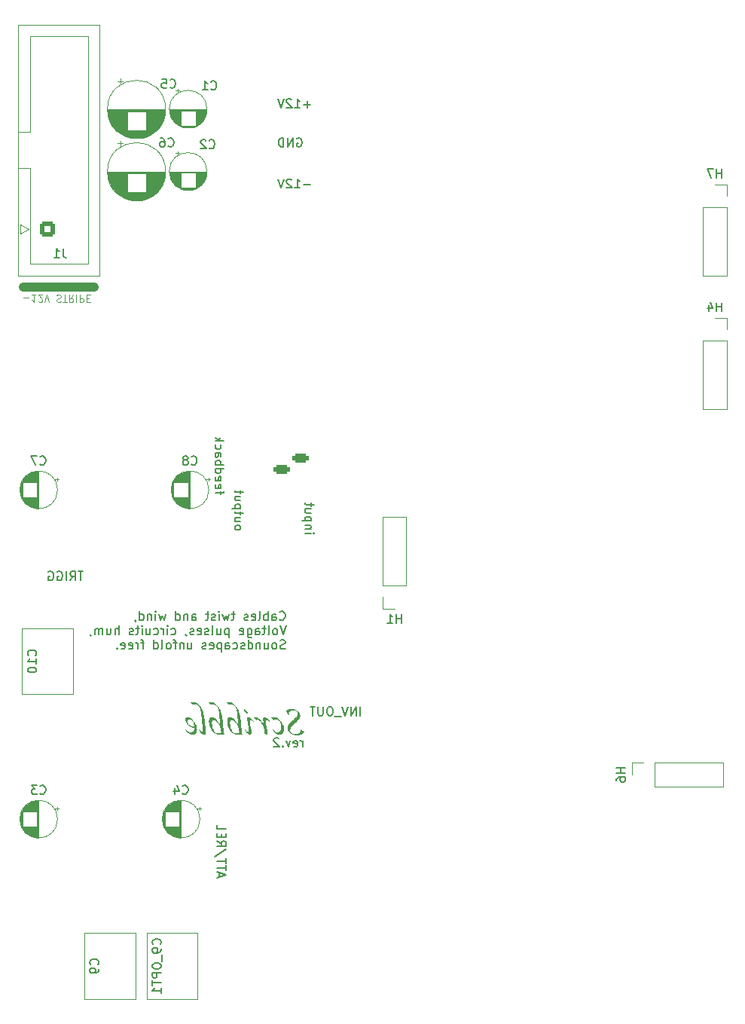
<source format=gbo>
G04 #@! TF.GenerationSoftware,KiCad,Pcbnew,8.0.2-1*
G04 #@! TF.CreationDate,2024-05-07T18:45:23+02:00*
G04 #@! TF.ProjectId,scribble,73637269-6262-46c6-952e-6b696361645f,rev?*
G04 #@! TF.SameCoordinates,Original*
G04 #@! TF.FileFunction,Legend,Bot*
G04 #@! TF.FilePolarity,Positive*
%FSLAX46Y46*%
G04 Gerber Fmt 4.6, Leading zero omitted, Abs format (unit mm)*
G04 Created by KiCad (PCBNEW 8.0.2-1) date 2024-05-07 18:45:23*
%MOMM*%
%LPD*%
G01*
G04 APERTURE LIST*
G04 Aperture macros list*
%AMRoundRect*
0 Rectangle with rounded corners*
0 $1 Rounding radius*
0 $2 $3 $4 $5 $6 $7 $8 $9 X,Y pos of 4 corners*
0 Add a 4 corners polygon primitive as box body*
4,1,4,$2,$3,$4,$5,$6,$7,$8,$9,$2,$3,0*
0 Add four circle primitives for the rounded corners*
1,1,$1+$1,$2,$3*
1,1,$1+$1,$4,$5*
1,1,$1+$1,$6,$7*
1,1,$1+$1,$8,$9*
0 Add four rect primitives between the rounded corners*
20,1,$1+$1,$2,$3,$4,$5,0*
20,1,$1+$1,$4,$5,$6,$7,0*
20,1,$1+$1,$6,$7,$8,$9,0*
20,1,$1+$1,$8,$9,$2,$3,0*%
G04 Aperture macros list end*
%ADD10C,0.150000*%
%ADD11C,0.100000*%
%ADD12C,0.120000*%
%ADD13C,1.000000*%
%ADD14C,1.600000*%
%ADD15O,1.600000X1.600000*%
%ADD16R,1.800000X1.100000*%
%ADD17RoundRect,0.275000X0.625000X-0.275000X0.625000X0.275000X-0.625000X0.275000X-0.625000X-0.275000X0*%
%ADD18O,4.000000X4.000000*%
%ADD19R,1.800000X1.800000*%
%ADD20C,1.800000*%
%ADD21R,1.600000X1.600000*%
%ADD22R,2.200000X2.200000*%
%ADD23O,2.200000X2.200000*%
%ADD24C,2.000000*%
%ADD25R,1.700000X1.700000*%
%ADD26O,1.700000X1.700000*%
%ADD27C,3.200000*%
%ADD28R,2.400000X1.600000*%
%ADD29O,2.400000X1.600000*%
%ADD30R,1.930000X1.830000*%
%ADD31C,2.130000*%
%ADD32R,1.830000X1.930000*%
%ADD33C,2.850000*%
%ADD34R,1.200000X1.200000*%
%ADD35C,1.200000*%
%ADD36RoundRect,0.250000X-0.600000X-0.600000X0.600000X-0.600000X0.600000X0.600000X-0.600000X0.600000X0*%
%ADD37C,1.700000*%
G04 APERTURE END LIST*
D10*
G36*
X82822679Y-130138290D02*
G01*
X82472435Y-129927264D01*
X82435756Y-130075870D01*
X82363215Y-130220951D01*
X82259557Y-130329761D01*
X82124781Y-130402301D01*
X81958887Y-130438571D01*
X81864270Y-130443105D01*
X81713531Y-130429366D01*
X81568711Y-130382517D01*
X81445882Y-130302421D01*
X81346758Y-130185677D01*
X81293383Y-130046470D01*
X81283217Y-129941186D01*
X81305748Y-129790473D01*
X81373342Y-129640218D01*
X81469453Y-129509120D01*
X81579293Y-129397030D01*
X81643719Y-129341081D01*
X81893579Y-129137383D01*
X82015476Y-129033118D01*
X82131430Y-128926322D01*
X82241339Y-128811376D01*
X82295115Y-128743175D01*
X82364237Y-128609217D01*
X82394651Y-128461234D01*
X82396231Y-128416378D01*
X82379378Y-128253071D01*
X82328820Y-128104602D01*
X82244556Y-127970970D01*
X82126587Y-127852177D01*
X82001530Y-127765383D01*
X81862939Y-127699907D01*
X81710814Y-127655748D01*
X81545156Y-127632908D01*
X81444417Y-127629427D01*
X81282530Y-127639182D01*
X81125130Y-127668445D01*
X80972219Y-127717217D01*
X80823796Y-127785498D01*
X80943230Y-128058073D01*
X80996720Y-128178974D01*
X81099867Y-128285848D01*
X81103698Y-128285952D01*
X81159385Y-128264703D01*
X81126595Y-128119553D01*
X81124947Y-128088848D01*
X81176094Y-127943022D01*
X81270027Y-127861702D01*
X81410296Y-127799091D01*
X81564406Y-127772347D01*
X81629797Y-127770111D01*
X81794893Y-127784408D01*
X81944333Y-127837227D01*
X82058192Y-127945247D01*
X82111326Y-128104100D01*
X82115596Y-128176775D01*
X82085197Y-128329172D01*
X82007885Y-128458143D01*
X81905710Y-128567819D01*
X81796705Y-128669554D01*
X81677359Y-128773749D01*
X81557257Y-128874333D01*
X81357222Y-129041395D01*
X81247456Y-129139938D01*
X81140294Y-129260220D01*
X81049133Y-129403349D01*
X80994436Y-129549493D01*
X80976203Y-129698653D01*
X80991350Y-129858927D01*
X81036791Y-130007000D01*
X81112525Y-130142871D01*
X81218553Y-130266540D01*
X81292742Y-130331730D01*
X81416733Y-130417391D01*
X81551853Y-130485328D01*
X81698101Y-130535543D01*
X81855478Y-130568035D01*
X82023982Y-130582804D01*
X82082623Y-130583789D01*
X82252933Y-130572912D01*
X82402992Y-130540283D01*
X82556332Y-130472414D01*
X82680513Y-130373221D01*
X82775533Y-130242704D01*
X82822679Y-130138290D01*
G37*
G36*
X79138520Y-128576845D02*
G01*
X79373726Y-128869937D01*
X79515177Y-128823354D01*
X79660506Y-128802392D01*
X79688799Y-128801793D01*
X79846236Y-128823760D01*
X79981490Y-128889663D01*
X80094562Y-128999501D01*
X80114515Y-129026741D01*
X80189605Y-129166431D01*
X80235721Y-129312690D01*
X80260144Y-129457722D01*
X80269701Y-129618673D01*
X80269853Y-129642965D01*
X80260985Y-129789829D01*
X80226061Y-129946189D01*
X80157745Y-130087732D01*
X80054816Y-130196372D01*
X79918815Y-130251430D01*
X79863921Y-130255526D01*
X79718658Y-130229148D01*
X79589881Y-130150013D01*
X79490725Y-130037494D01*
X79415781Y-129908900D01*
X79381786Y-129833475D01*
X79336357Y-129929462D01*
X79380375Y-130078995D01*
X79474141Y-130203073D01*
X79586661Y-130308002D01*
X79603070Y-130321472D01*
X79733679Y-130415719D01*
X79874045Y-130489560D01*
X80021850Y-130531635D01*
X80092533Y-130536894D01*
X80242181Y-130512783D01*
X80370191Y-130440449D01*
X80443510Y-130365436D01*
X80521520Y-130235610D01*
X80567149Y-130081887D01*
X80580530Y-129921402D01*
X80571675Y-129757755D01*
X80545110Y-129598830D01*
X80500835Y-129444628D01*
X80438850Y-129295148D01*
X80359155Y-129150391D01*
X80261750Y-129010357D01*
X80217829Y-128955666D01*
X80102535Y-128830279D01*
X79983342Y-128726144D01*
X79860248Y-128643262D01*
X79707389Y-128571855D01*
X79548913Y-128531051D01*
X79412561Y-128520425D01*
X79263817Y-128534530D01*
X79138520Y-128576845D01*
G37*
G36*
X78294417Y-129390907D02*
G01*
X78208810Y-129235342D01*
X78123448Y-129095079D01*
X78038330Y-128970117D01*
X77925221Y-128827304D01*
X77812547Y-128711693D01*
X77672316Y-128605433D01*
X77532765Y-128541677D01*
X77393893Y-128520425D01*
X77242259Y-128543145D01*
X77163084Y-128573182D01*
X77453977Y-128886057D01*
X77597432Y-128849271D01*
X77622505Y-128848688D01*
X77772874Y-128890160D01*
X77900026Y-128985788D01*
X78001486Y-129098553D01*
X78075331Y-129199665D01*
X78157703Y-129332011D01*
X78226216Y-129466366D01*
X78280870Y-129602731D01*
X78327117Y-129764363D01*
X78354501Y-129928729D01*
X78410188Y-130433579D01*
X78715003Y-130536894D01*
X78708408Y-130475345D01*
X78694487Y-130341988D01*
X78677634Y-130197641D01*
X78570655Y-129231172D01*
X78558199Y-129124193D01*
X78544704Y-128973490D01*
X78543545Y-128927090D01*
X78613886Y-128801793D01*
X78757722Y-128864624D01*
X78859946Y-128986441D01*
X78941416Y-129130055D01*
X78991242Y-129050921D01*
X78930975Y-128907672D01*
X78826423Y-128785812D01*
X78761898Y-128724124D01*
X78643254Y-128625656D01*
X78508323Y-128544495D01*
X78407990Y-128520425D01*
X78271347Y-128585773D01*
X78233039Y-128737722D01*
X78232868Y-128751967D01*
X78243126Y-128902909D01*
X78257780Y-129047990D01*
X78276099Y-129221646D01*
X78294417Y-129390907D01*
G37*
G36*
X76222260Y-129880369D02*
G01*
X76166573Y-129944849D01*
X76229860Y-130084136D01*
X76324353Y-130211766D01*
X76346092Y-130238674D01*
X76449876Y-130354875D01*
X76564365Y-130452728D01*
X76701293Y-130522624D01*
X76793056Y-130536894D01*
X76922142Y-130459900D01*
X76943265Y-130339790D01*
X76929741Y-130185649D01*
X76908644Y-130020366D01*
X76885503Y-129854066D01*
X76881716Y-129827613D01*
X76801116Y-129275136D01*
X76780600Y-129135184D01*
X76763747Y-129023077D01*
X76753489Y-128903642D01*
X76811374Y-128801793D01*
X76956692Y-128864624D01*
X77066501Y-128986441D01*
X77146348Y-129109859D01*
X77157955Y-129130055D01*
X77196789Y-129061179D01*
X77138904Y-128916282D01*
X77043935Y-128804326D01*
X76965247Y-128729253D01*
X76842069Y-128628306D01*
X76711826Y-128549792D01*
X76595219Y-128520425D01*
X76466130Y-128594820D01*
X76440614Y-128731451D01*
X76455426Y-128883091D01*
X76457466Y-128898513D01*
X76475785Y-129034801D01*
X76496006Y-129180946D01*
X76498499Y-129198932D01*
X76582763Y-129779986D01*
X76603279Y-129910411D01*
X76622739Y-130063061D01*
X76630390Y-130168332D01*
X76579099Y-130255526D01*
X76436431Y-130193611D01*
X76335819Y-130078206D01*
X76256523Y-129947414D01*
X76222260Y-129880369D01*
G37*
G36*
X76636252Y-128285952D02*
G01*
X76463328Y-127849979D01*
X76327086Y-127782301D01*
X76195733Y-127691162D01*
X76083775Y-127582533D01*
X76063258Y-127643349D01*
X76099071Y-127789574D01*
X76189160Y-127925410D01*
X76310026Y-128047701D01*
X76441524Y-128153743D01*
X76566866Y-128241281D01*
X76636252Y-128285952D01*
G37*
G36*
X74350133Y-126836218D02*
G01*
X74500303Y-126860658D01*
X74645857Y-126907315D01*
X74786797Y-126976191D01*
X74923121Y-127067285D01*
X75054829Y-127180597D01*
X75156873Y-127287243D01*
X75252277Y-127403816D01*
X75337353Y-127526387D01*
X75412103Y-127654958D01*
X75476526Y-127789528D01*
X75530622Y-127930098D01*
X75574391Y-128076666D01*
X75607833Y-128229234D01*
X75630949Y-128387801D01*
X75828785Y-130162470D01*
X75835172Y-130220988D01*
X75857971Y-130365768D01*
X75892533Y-130509783D01*
X75814131Y-130514180D01*
X75647069Y-130530300D01*
X75523970Y-130536894D01*
X75455268Y-130535168D01*
X75289048Y-130515752D01*
X75130735Y-130474761D01*
X74980329Y-130412196D01*
X74837830Y-130328058D01*
X74703238Y-130222345D01*
X74576552Y-130095059D01*
X74484503Y-129981761D01*
X74386701Y-129832152D01*
X74308076Y-129673671D01*
X74248628Y-129506317D01*
X74208356Y-129330090D01*
X74189946Y-129182720D01*
X74188921Y-129157166D01*
X74517934Y-129157166D01*
X74519492Y-129255007D01*
X74529016Y-129410232D01*
X74547199Y-129555655D01*
X74580446Y-129717221D01*
X74626162Y-129864672D01*
X74695254Y-130018855D01*
X74765510Y-130131160D01*
X74870886Y-130244756D01*
X75005417Y-130323176D01*
X75156873Y-130349316D01*
X75252540Y-130342721D01*
X75396212Y-130308100D01*
X75540090Y-130243803D01*
X75515177Y-130019588D01*
X75506848Y-129956172D01*
X75476459Y-129802142D01*
X75432402Y-129654552D01*
X75374678Y-129513401D01*
X75303287Y-129378691D01*
X75218229Y-129250420D01*
X75119504Y-129128590D01*
X75073353Y-129078568D01*
X74955761Y-128969231D01*
X74832996Y-128888049D01*
X74684996Y-128848688D01*
X74604238Y-128873089D01*
X74531149Y-129008048D01*
X74517934Y-129157166D01*
X74188921Y-129157166D01*
X74183810Y-129029672D01*
X74184099Y-128998341D01*
X74198010Y-128831244D01*
X74240610Y-128681554D01*
X74337114Y-128560707D01*
X74480565Y-128520425D01*
X74573730Y-128532171D01*
X74717528Y-128589702D01*
X74841634Y-128670245D01*
X74956838Y-128765889D01*
X75072564Y-128880222D01*
X75183801Y-129008440D01*
X75275575Y-129129391D01*
X75364052Y-129260544D01*
X75449232Y-129401898D01*
X75302686Y-128078590D01*
X75287597Y-127961734D01*
X75257492Y-127800586D01*
X75203407Y-127612109D01*
X75133386Y-127453788D01*
X75047428Y-127325623D01*
X74917569Y-127207825D01*
X74762808Y-127137146D01*
X74583147Y-127113586D01*
X74510803Y-127117742D01*
X74362595Y-127148757D01*
X74059979Y-126854933D01*
X74107789Y-126844996D01*
X74257815Y-126832219D01*
X74350133Y-126836218D01*
G37*
G36*
X72316078Y-126836218D02*
G01*
X72466248Y-126860658D01*
X72611803Y-126907315D01*
X72752742Y-126976191D01*
X72889066Y-127067285D01*
X73020775Y-127180597D01*
X73122819Y-127287243D01*
X73218222Y-127403816D01*
X73303299Y-127526387D01*
X73378049Y-127654958D01*
X73442472Y-127789528D01*
X73496568Y-127930098D01*
X73540337Y-128076666D01*
X73573779Y-128229234D01*
X73596894Y-128387801D01*
X73794731Y-130162470D01*
X73801117Y-130220988D01*
X73823917Y-130365768D01*
X73858478Y-130509783D01*
X73780076Y-130514180D01*
X73613014Y-130530300D01*
X73489916Y-130536894D01*
X73421214Y-130535168D01*
X73254994Y-130515752D01*
X73096681Y-130474761D01*
X72946275Y-130412196D01*
X72803776Y-130328058D01*
X72669183Y-130222345D01*
X72542498Y-130095059D01*
X72450449Y-129981761D01*
X72352647Y-129832152D01*
X72274021Y-129673671D01*
X72214573Y-129506317D01*
X72174302Y-129330090D01*
X72155892Y-129182720D01*
X72154867Y-129157166D01*
X72483879Y-129157166D01*
X72485438Y-129255007D01*
X72494962Y-129410232D01*
X72513144Y-129555655D01*
X72546392Y-129717221D01*
X72592107Y-129864672D01*
X72661200Y-130018855D01*
X72731456Y-130131160D01*
X72836831Y-130244756D01*
X72971363Y-130323176D01*
X73122819Y-130349316D01*
X73218486Y-130342721D01*
X73362158Y-130308100D01*
X73506036Y-130243803D01*
X73481123Y-130019588D01*
X73472794Y-129956172D01*
X73442404Y-129802142D01*
X73398348Y-129654552D01*
X73340624Y-129513401D01*
X73269233Y-129378691D01*
X73184175Y-129250420D01*
X73085450Y-129128590D01*
X73039298Y-129078568D01*
X72921707Y-128969231D01*
X72798941Y-128888049D01*
X72650942Y-128848688D01*
X72570184Y-128873089D01*
X72497094Y-129008048D01*
X72483879Y-129157166D01*
X72154867Y-129157166D01*
X72149755Y-129029672D01*
X72150045Y-128998341D01*
X72163955Y-128831244D01*
X72206556Y-128681554D01*
X72303059Y-128560707D01*
X72446510Y-128520425D01*
X72539676Y-128532171D01*
X72683474Y-128589702D01*
X72807579Y-128670245D01*
X72922784Y-128765889D01*
X73038509Y-128880222D01*
X73149747Y-129008440D01*
X73241521Y-129129391D01*
X73329998Y-129260544D01*
X73415177Y-129401898D01*
X73268632Y-128078590D01*
X73253542Y-127961734D01*
X73223437Y-127800586D01*
X73169353Y-127612109D01*
X73099331Y-127453788D01*
X73013373Y-127325623D01*
X72883514Y-127207825D01*
X72728754Y-127137146D01*
X72549092Y-127113586D01*
X72476749Y-127117742D01*
X72328541Y-127148757D01*
X72025924Y-126854933D01*
X72073735Y-126844996D01*
X72223761Y-126832219D01*
X72316078Y-126836218D01*
G37*
G36*
X71074110Y-129880369D02*
G01*
X71014026Y-129954375D01*
X71056521Y-130096707D01*
X71149534Y-130227431D01*
X71236043Y-130319274D01*
X71354893Y-130424471D01*
X71484884Y-130506291D01*
X71607536Y-130536894D01*
X71741321Y-130467204D01*
X71778325Y-130319866D01*
X71778995Y-130289965D01*
X71774415Y-130137740D01*
X71760676Y-129982951D01*
X71737962Y-129799036D01*
X71578960Y-128365087D01*
X71555741Y-128204699D01*
X71523089Y-128051067D01*
X71481003Y-127904189D01*
X71429483Y-127764066D01*
X71368529Y-127630698D01*
X71279071Y-127473487D01*
X71174871Y-127326830D01*
X71129064Y-127271123D01*
X71008597Y-127144681D01*
X70882584Y-127039670D01*
X70751026Y-126956089D01*
X70613922Y-126893940D01*
X70471272Y-126853221D01*
X70323077Y-126833933D01*
X70262247Y-126832219D01*
X70115340Y-126841916D01*
X70060013Y-126852735D01*
X70353105Y-127146559D01*
X70501680Y-127116806D01*
X70579518Y-127113586D01*
X70741162Y-127130743D01*
X70891944Y-127190048D01*
X71012386Y-127291714D01*
X71042602Y-127330474D01*
X71121209Y-127475941D01*
X71171929Y-127622100D01*
X71208148Y-127770374D01*
X71237669Y-127939875D01*
X71253628Y-128064668D01*
X71444870Y-129785115D01*
X71460398Y-129937906D01*
X71467585Y-130070879D01*
X71447415Y-130220184D01*
X71403838Y-130255526D01*
X71268222Y-130184418D01*
X71224319Y-130139023D01*
X71135109Y-130015741D01*
X71074110Y-129880369D01*
G37*
G36*
X69803669Y-128524637D02*
G01*
X69956590Y-128567222D01*
X70088224Y-128640226D01*
X70220372Y-128746924D01*
X70330890Y-128861578D01*
X70441765Y-128999630D01*
X70484799Y-129059399D01*
X70580236Y-129208470D01*
X70658321Y-129357041D01*
X70719053Y-129505111D01*
X70762434Y-129652680D01*
X70788462Y-129799748D01*
X70797138Y-129946315D01*
X70783901Y-130098571D01*
X70738760Y-130245391D01*
X70661584Y-130370565D01*
X70598417Y-130435375D01*
X70462316Y-130513504D01*
X70315003Y-130536894D01*
X70293516Y-130536498D01*
X70142629Y-130511569D01*
X69990899Y-130447861D01*
X69860176Y-130362390D01*
X69728834Y-130248427D01*
X69618911Y-130131695D01*
X69555155Y-130052683D01*
X69487020Y-129915540D01*
X69538311Y-129833475D01*
X69610310Y-129955062D01*
X69704832Y-130073764D01*
X69826307Y-130174743D01*
X69959844Y-130235331D01*
X70105443Y-130255526D01*
X70168396Y-130251405D01*
X70309698Y-130200114D01*
X70412349Y-130090204D01*
X70470462Y-129945949D01*
X70496720Y-129786580D01*
X70444378Y-129771699D01*
X70293433Y-129718849D01*
X70151607Y-129653684D01*
X70018901Y-129576207D01*
X69895313Y-129486416D01*
X69780844Y-129384312D01*
X69745264Y-129348076D01*
X69638810Y-129220350D01*
X69560476Y-129091221D01*
X69541008Y-129038464D01*
X69739811Y-129038464D01*
X69754997Y-129150166D01*
X69822488Y-129286299D01*
X69931786Y-129398234D01*
X69955943Y-129416867D01*
X70084285Y-129492000D01*
X70225221Y-129537080D01*
X70378750Y-129552107D01*
X70487927Y-129531591D01*
X70476593Y-129454505D01*
X70439202Y-129293370D01*
X70385351Y-129149275D01*
X70306210Y-129009155D01*
X70251170Y-128938684D01*
X70133979Y-128841483D01*
X69985275Y-128801793D01*
X69901856Y-128810113D01*
X69774329Y-128894243D01*
X69739811Y-129038464D01*
X69541008Y-129038464D01*
X69505384Y-128941927D01*
X69487020Y-128790802D01*
X69502728Y-128672512D01*
X69595257Y-128552374D01*
X69738346Y-128520425D01*
X69803669Y-128524637D01*
G37*
X82663220Y-131869819D02*
X82663220Y-131203152D01*
X82663220Y-131393628D02*
X82615601Y-131298390D01*
X82615601Y-131298390D02*
X82567982Y-131250771D01*
X82567982Y-131250771D02*
X82472744Y-131203152D01*
X82472744Y-131203152D02*
X82377506Y-131203152D01*
X81663220Y-131822200D02*
X81758458Y-131869819D01*
X81758458Y-131869819D02*
X81948934Y-131869819D01*
X81948934Y-131869819D02*
X82044172Y-131822200D01*
X82044172Y-131822200D02*
X82091791Y-131726961D01*
X82091791Y-131726961D02*
X82091791Y-131346009D01*
X82091791Y-131346009D02*
X82044172Y-131250771D01*
X82044172Y-131250771D02*
X81948934Y-131203152D01*
X81948934Y-131203152D02*
X81758458Y-131203152D01*
X81758458Y-131203152D02*
X81663220Y-131250771D01*
X81663220Y-131250771D02*
X81615601Y-131346009D01*
X81615601Y-131346009D02*
X81615601Y-131441247D01*
X81615601Y-131441247D02*
X82091791Y-131536485D01*
X81282267Y-131203152D02*
X81044172Y-131869819D01*
X81044172Y-131869819D02*
X80806077Y-131203152D01*
X80425124Y-131774580D02*
X80377505Y-131822200D01*
X80377505Y-131822200D02*
X80425124Y-131869819D01*
X80425124Y-131869819D02*
X80472743Y-131822200D01*
X80472743Y-131822200D02*
X80425124Y-131774580D01*
X80425124Y-131774580D02*
X80425124Y-131869819D01*
X79996553Y-130965057D02*
X79948934Y-130917438D01*
X79948934Y-130917438D02*
X79853696Y-130869819D01*
X79853696Y-130869819D02*
X79615601Y-130869819D01*
X79615601Y-130869819D02*
X79520363Y-130917438D01*
X79520363Y-130917438D02*
X79472744Y-130965057D01*
X79472744Y-130965057D02*
X79425125Y-131060295D01*
X79425125Y-131060295D02*
X79425125Y-131155533D01*
X79425125Y-131155533D02*
X79472744Y-131298390D01*
X79472744Y-131298390D02*
X80044172Y-131869819D01*
X80044172Y-131869819D02*
X79425125Y-131869819D01*
X80091792Y-117554692D02*
X80139411Y-117602312D01*
X80139411Y-117602312D02*
X80282268Y-117649931D01*
X80282268Y-117649931D02*
X80377506Y-117649931D01*
X80377506Y-117649931D02*
X80520363Y-117602312D01*
X80520363Y-117602312D02*
X80615601Y-117507073D01*
X80615601Y-117507073D02*
X80663220Y-117411835D01*
X80663220Y-117411835D02*
X80710839Y-117221359D01*
X80710839Y-117221359D02*
X80710839Y-117078502D01*
X80710839Y-117078502D02*
X80663220Y-116888026D01*
X80663220Y-116888026D02*
X80615601Y-116792788D01*
X80615601Y-116792788D02*
X80520363Y-116697550D01*
X80520363Y-116697550D02*
X80377506Y-116649931D01*
X80377506Y-116649931D02*
X80282268Y-116649931D01*
X80282268Y-116649931D02*
X80139411Y-116697550D01*
X80139411Y-116697550D02*
X80091792Y-116745169D01*
X79234649Y-117649931D02*
X79234649Y-117126121D01*
X79234649Y-117126121D02*
X79282268Y-117030883D01*
X79282268Y-117030883D02*
X79377506Y-116983264D01*
X79377506Y-116983264D02*
X79567982Y-116983264D01*
X79567982Y-116983264D02*
X79663220Y-117030883D01*
X79234649Y-117602312D02*
X79329887Y-117649931D01*
X79329887Y-117649931D02*
X79567982Y-117649931D01*
X79567982Y-117649931D02*
X79663220Y-117602312D01*
X79663220Y-117602312D02*
X79710839Y-117507073D01*
X79710839Y-117507073D02*
X79710839Y-117411835D01*
X79710839Y-117411835D02*
X79663220Y-117316597D01*
X79663220Y-117316597D02*
X79567982Y-117268978D01*
X79567982Y-117268978D02*
X79329887Y-117268978D01*
X79329887Y-117268978D02*
X79234649Y-117221359D01*
X78758458Y-117649931D02*
X78758458Y-116649931D01*
X78758458Y-117030883D02*
X78663220Y-116983264D01*
X78663220Y-116983264D02*
X78472744Y-116983264D01*
X78472744Y-116983264D02*
X78377506Y-117030883D01*
X78377506Y-117030883D02*
X78329887Y-117078502D01*
X78329887Y-117078502D02*
X78282268Y-117173740D01*
X78282268Y-117173740D02*
X78282268Y-117459454D01*
X78282268Y-117459454D02*
X78329887Y-117554692D01*
X78329887Y-117554692D02*
X78377506Y-117602312D01*
X78377506Y-117602312D02*
X78472744Y-117649931D01*
X78472744Y-117649931D02*
X78663220Y-117649931D01*
X78663220Y-117649931D02*
X78758458Y-117602312D01*
X77710839Y-117649931D02*
X77806077Y-117602312D01*
X77806077Y-117602312D02*
X77853696Y-117507073D01*
X77853696Y-117507073D02*
X77853696Y-116649931D01*
X76948934Y-117602312D02*
X77044172Y-117649931D01*
X77044172Y-117649931D02*
X77234648Y-117649931D01*
X77234648Y-117649931D02*
X77329886Y-117602312D01*
X77329886Y-117602312D02*
X77377505Y-117507073D01*
X77377505Y-117507073D02*
X77377505Y-117126121D01*
X77377505Y-117126121D02*
X77329886Y-117030883D01*
X77329886Y-117030883D02*
X77234648Y-116983264D01*
X77234648Y-116983264D02*
X77044172Y-116983264D01*
X77044172Y-116983264D02*
X76948934Y-117030883D01*
X76948934Y-117030883D02*
X76901315Y-117126121D01*
X76901315Y-117126121D02*
X76901315Y-117221359D01*
X76901315Y-117221359D02*
X77377505Y-117316597D01*
X76520362Y-117602312D02*
X76425124Y-117649931D01*
X76425124Y-117649931D02*
X76234648Y-117649931D01*
X76234648Y-117649931D02*
X76139410Y-117602312D01*
X76139410Y-117602312D02*
X76091791Y-117507073D01*
X76091791Y-117507073D02*
X76091791Y-117459454D01*
X76091791Y-117459454D02*
X76139410Y-117364216D01*
X76139410Y-117364216D02*
X76234648Y-117316597D01*
X76234648Y-117316597D02*
X76377505Y-117316597D01*
X76377505Y-117316597D02*
X76472743Y-117268978D01*
X76472743Y-117268978D02*
X76520362Y-117173740D01*
X76520362Y-117173740D02*
X76520362Y-117126121D01*
X76520362Y-117126121D02*
X76472743Y-117030883D01*
X76472743Y-117030883D02*
X76377505Y-116983264D01*
X76377505Y-116983264D02*
X76234648Y-116983264D01*
X76234648Y-116983264D02*
X76139410Y-117030883D01*
X75044171Y-116983264D02*
X74663219Y-116983264D01*
X74901314Y-116649931D02*
X74901314Y-117507073D01*
X74901314Y-117507073D02*
X74853695Y-117602312D01*
X74853695Y-117602312D02*
X74758457Y-117649931D01*
X74758457Y-117649931D02*
X74663219Y-117649931D01*
X74425123Y-116983264D02*
X74234647Y-117649931D01*
X74234647Y-117649931D02*
X74044171Y-117173740D01*
X74044171Y-117173740D02*
X73853695Y-117649931D01*
X73853695Y-117649931D02*
X73663219Y-116983264D01*
X73282266Y-117649931D02*
X73282266Y-116983264D01*
X73282266Y-116649931D02*
X73329885Y-116697550D01*
X73329885Y-116697550D02*
X73282266Y-116745169D01*
X73282266Y-116745169D02*
X73234647Y-116697550D01*
X73234647Y-116697550D02*
X73282266Y-116649931D01*
X73282266Y-116649931D02*
X73282266Y-116745169D01*
X72853695Y-117602312D02*
X72758457Y-117649931D01*
X72758457Y-117649931D02*
X72567981Y-117649931D01*
X72567981Y-117649931D02*
X72472743Y-117602312D01*
X72472743Y-117602312D02*
X72425124Y-117507073D01*
X72425124Y-117507073D02*
X72425124Y-117459454D01*
X72425124Y-117459454D02*
X72472743Y-117364216D01*
X72472743Y-117364216D02*
X72567981Y-117316597D01*
X72567981Y-117316597D02*
X72710838Y-117316597D01*
X72710838Y-117316597D02*
X72806076Y-117268978D01*
X72806076Y-117268978D02*
X72853695Y-117173740D01*
X72853695Y-117173740D02*
X72853695Y-117126121D01*
X72853695Y-117126121D02*
X72806076Y-117030883D01*
X72806076Y-117030883D02*
X72710838Y-116983264D01*
X72710838Y-116983264D02*
X72567981Y-116983264D01*
X72567981Y-116983264D02*
X72472743Y-117030883D01*
X72139409Y-116983264D02*
X71758457Y-116983264D01*
X71996552Y-116649931D02*
X71996552Y-117507073D01*
X71996552Y-117507073D02*
X71948933Y-117602312D01*
X71948933Y-117602312D02*
X71853695Y-117649931D01*
X71853695Y-117649931D02*
X71758457Y-117649931D01*
X70234647Y-117649931D02*
X70234647Y-117126121D01*
X70234647Y-117126121D02*
X70282266Y-117030883D01*
X70282266Y-117030883D02*
X70377504Y-116983264D01*
X70377504Y-116983264D02*
X70567980Y-116983264D01*
X70567980Y-116983264D02*
X70663218Y-117030883D01*
X70234647Y-117602312D02*
X70329885Y-117649931D01*
X70329885Y-117649931D02*
X70567980Y-117649931D01*
X70567980Y-117649931D02*
X70663218Y-117602312D01*
X70663218Y-117602312D02*
X70710837Y-117507073D01*
X70710837Y-117507073D02*
X70710837Y-117411835D01*
X70710837Y-117411835D02*
X70663218Y-117316597D01*
X70663218Y-117316597D02*
X70567980Y-117268978D01*
X70567980Y-117268978D02*
X70329885Y-117268978D01*
X70329885Y-117268978D02*
X70234647Y-117221359D01*
X69758456Y-116983264D02*
X69758456Y-117649931D01*
X69758456Y-117078502D02*
X69710837Y-117030883D01*
X69710837Y-117030883D02*
X69615599Y-116983264D01*
X69615599Y-116983264D02*
X69472742Y-116983264D01*
X69472742Y-116983264D02*
X69377504Y-117030883D01*
X69377504Y-117030883D02*
X69329885Y-117126121D01*
X69329885Y-117126121D02*
X69329885Y-117649931D01*
X68425123Y-117649931D02*
X68425123Y-116649931D01*
X68425123Y-117602312D02*
X68520361Y-117649931D01*
X68520361Y-117649931D02*
X68710837Y-117649931D01*
X68710837Y-117649931D02*
X68806075Y-117602312D01*
X68806075Y-117602312D02*
X68853694Y-117554692D01*
X68853694Y-117554692D02*
X68901313Y-117459454D01*
X68901313Y-117459454D02*
X68901313Y-117173740D01*
X68901313Y-117173740D02*
X68853694Y-117078502D01*
X68853694Y-117078502D02*
X68806075Y-117030883D01*
X68806075Y-117030883D02*
X68710837Y-116983264D01*
X68710837Y-116983264D02*
X68520361Y-116983264D01*
X68520361Y-116983264D02*
X68425123Y-117030883D01*
X67282265Y-116983264D02*
X67091789Y-117649931D01*
X67091789Y-117649931D02*
X66901313Y-117173740D01*
X66901313Y-117173740D02*
X66710837Y-117649931D01*
X66710837Y-117649931D02*
X66520361Y-116983264D01*
X66139408Y-117649931D02*
X66139408Y-116983264D01*
X66139408Y-116649931D02*
X66187027Y-116697550D01*
X66187027Y-116697550D02*
X66139408Y-116745169D01*
X66139408Y-116745169D02*
X66091789Y-116697550D01*
X66091789Y-116697550D02*
X66139408Y-116649931D01*
X66139408Y-116649931D02*
X66139408Y-116745169D01*
X65663218Y-116983264D02*
X65663218Y-117649931D01*
X65663218Y-117078502D02*
X65615599Y-117030883D01*
X65615599Y-117030883D02*
X65520361Y-116983264D01*
X65520361Y-116983264D02*
X65377504Y-116983264D01*
X65377504Y-116983264D02*
X65282266Y-117030883D01*
X65282266Y-117030883D02*
X65234647Y-117126121D01*
X65234647Y-117126121D02*
X65234647Y-117649931D01*
X64329885Y-117649931D02*
X64329885Y-116649931D01*
X64329885Y-117602312D02*
X64425123Y-117649931D01*
X64425123Y-117649931D02*
X64615599Y-117649931D01*
X64615599Y-117649931D02*
X64710837Y-117602312D01*
X64710837Y-117602312D02*
X64758456Y-117554692D01*
X64758456Y-117554692D02*
X64806075Y-117459454D01*
X64806075Y-117459454D02*
X64806075Y-117173740D01*
X64806075Y-117173740D02*
X64758456Y-117078502D01*
X64758456Y-117078502D02*
X64710837Y-117030883D01*
X64710837Y-117030883D02*
X64615599Y-116983264D01*
X64615599Y-116983264D02*
X64425123Y-116983264D01*
X64425123Y-116983264D02*
X64329885Y-117030883D01*
X63806075Y-117602312D02*
X63806075Y-117649931D01*
X63806075Y-117649931D02*
X63853694Y-117745169D01*
X63853694Y-117745169D02*
X63901313Y-117792788D01*
X80806077Y-118259875D02*
X80472744Y-119259875D01*
X80472744Y-119259875D02*
X80139411Y-118259875D01*
X79663220Y-119259875D02*
X79758458Y-119212256D01*
X79758458Y-119212256D02*
X79806077Y-119164636D01*
X79806077Y-119164636D02*
X79853696Y-119069398D01*
X79853696Y-119069398D02*
X79853696Y-118783684D01*
X79853696Y-118783684D02*
X79806077Y-118688446D01*
X79806077Y-118688446D02*
X79758458Y-118640827D01*
X79758458Y-118640827D02*
X79663220Y-118593208D01*
X79663220Y-118593208D02*
X79520363Y-118593208D01*
X79520363Y-118593208D02*
X79425125Y-118640827D01*
X79425125Y-118640827D02*
X79377506Y-118688446D01*
X79377506Y-118688446D02*
X79329887Y-118783684D01*
X79329887Y-118783684D02*
X79329887Y-119069398D01*
X79329887Y-119069398D02*
X79377506Y-119164636D01*
X79377506Y-119164636D02*
X79425125Y-119212256D01*
X79425125Y-119212256D02*
X79520363Y-119259875D01*
X79520363Y-119259875D02*
X79663220Y-119259875D01*
X78758458Y-119259875D02*
X78853696Y-119212256D01*
X78853696Y-119212256D02*
X78901315Y-119117017D01*
X78901315Y-119117017D02*
X78901315Y-118259875D01*
X78520362Y-118593208D02*
X78139410Y-118593208D01*
X78377505Y-118259875D02*
X78377505Y-119117017D01*
X78377505Y-119117017D02*
X78329886Y-119212256D01*
X78329886Y-119212256D02*
X78234648Y-119259875D01*
X78234648Y-119259875D02*
X78139410Y-119259875D01*
X77377505Y-119259875D02*
X77377505Y-118736065D01*
X77377505Y-118736065D02*
X77425124Y-118640827D01*
X77425124Y-118640827D02*
X77520362Y-118593208D01*
X77520362Y-118593208D02*
X77710838Y-118593208D01*
X77710838Y-118593208D02*
X77806076Y-118640827D01*
X77377505Y-119212256D02*
X77472743Y-119259875D01*
X77472743Y-119259875D02*
X77710838Y-119259875D01*
X77710838Y-119259875D02*
X77806076Y-119212256D01*
X77806076Y-119212256D02*
X77853695Y-119117017D01*
X77853695Y-119117017D02*
X77853695Y-119021779D01*
X77853695Y-119021779D02*
X77806076Y-118926541D01*
X77806076Y-118926541D02*
X77710838Y-118878922D01*
X77710838Y-118878922D02*
X77472743Y-118878922D01*
X77472743Y-118878922D02*
X77377505Y-118831303D01*
X76472743Y-118593208D02*
X76472743Y-119402732D01*
X76472743Y-119402732D02*
X76520362Y-119497970D01*
X76520362Y-119497970D02*
X76567981Y-119545589D01*
X76567981Y-119545589D02*
X76663219Y-119593208D01*
X76663219Y-119593208D02*
X76806076Y-119593208D01*
X76806076Y-119593208D02*
X76901314Y-119545589D01*
X76472743Y-119212256D02*
X76567981Y-119259875D01*
X76567981Y-119259875D02*
X76758457Y-119259875D01*
X76758457Y-119259875D02*
X76853695Y-119212256D01*
X76853695Y-119212256D02*
X76901314Y-119164636D01*
X76901314Y-119164636D02*
X76948933Y-119069398D01*
X76948933Y-119069398D02*
X76948933Y-118783684D01*
X76948933Y-118783684D02*
X76901314Y-118688446D01*
X76901314Y-118688446D02*
X76853695Y-118640827D01*
X76853695Y-118640827D02*
X76758457Y-118593208D01*
X76758457Y-118593208D02*
X76567981Y-118593208D01*
X76567981Y-118593208D02*
X76472743Y-118640827D01*
X75615600Y-119212256D02*
X75710838Y-119259875D01*
X75710838Y-119259875D02*
X75901314Y-119259875D01*
X75901314Y-119259875D02*
X75996552Y-119212256D01*
X75996552Y-119212256D02*
X76044171Y-119117017D01*
X76044171Y-119117017D02*
X76044171Y-118736065D01*
X76044171Y-118736065D02*
X75996552Y-118640827D01*
X75996552Y-118640827D02*
X75901314Y-118593208D01*
X75901314Y-118593208D02*
X75710838Y-118593208D01*
X75710838Y-118593208D02*
X75615600Y-118640827D01*
X75615600Y-118640827D02*
X75567981Y-118736065D01*
X75567981Y-118736065D02*
X75567981Y-118831303D01*
X75567981Y-118831303D02*
X76044171Y-118926541D01*
X74377504Y-118593208D02*
X74377504Y-119593208D01*
X74377504Y-118640827D02*
X74282266Y-118593208D01*
X74282266Y-118593208D02*
X74091790Y-118593208D01*
X74091790Y-118593208D02*
X73996552Y-118640827D01*
X73996552Y-118640827D02*
X73948933Y-118688446D01*
X73948933Y-118688446D02*
X73901314Y-118783684D01*
X73901314Y-118783684D02*
X73901314Y-119069398D01*
X73901314Y-119069398D02*
X73948933Y-119164636D01*
X73948933Y-119164636D02*
X73996552Y-119212256D01*
X73996552Y-119212256D02*
X74091790Y-119259875D01*
X74091790Y-119259875D02*
X74282266Y-119259875D01*
X74282266Y-119259875D02*
X74377504Y-119212256D01*
X73044171Y-118593208D02*
X73044171Y-119259875D01*
X73472742Y-118593208D02*
X73472742Y-119117017D01*
X73472742Y-119117017D02*
X73425123Y-119212256D01*
X73425123Y-119212256D02*
X73329885Y-119259875D01*
X73329885Y-119259875D02*
X73187028Y-119259875D01*
X73187028Y-119259875D02*
X73091790Y-119212256D01*
X73091790Y-119212256D02*
X73044171Y-119164636D01*
X72425123Y-119259875D02*
X72520361Y-119212256D01*
X72520361Y-119212256D02*
X72567980Y-119117017D01*
X72567980Y-119117017D02*
X72567980Y-118259875D01*
X72091789Y-119212256D02*
X71996551Y-119259875D01*
X71996551Y-119259875D02*
X71806075Y-119259875D01*
X71806075Y-119259875D02*
X71710837Y-119212256D01*
X71710837Y-119212256D02*
X71663218Y-119117017D01*
X71663218Y-119117017D02*
X71663218Y-119069398D01*
X71663218Y-119069398D02*
X71710837Y-118974160D01*
X71710837Y-118974160D02*
X71806075Y-118926541D01*
X71806075Y-118926541D02*
X71948932Y-118926541D01*
X71948932Y-118926541D02*
X72044170Y-118878922D01*
X72044170Y-118878922D02*
X72091789Y-118783684D01*
X72091789Y-118783684D02*
X72091789Y-118736065D01*
X72091789Y-118736065D02*
X72044170Y-118640827D01*
X72044170Y-118640827D02*
X71948932Y-118593208D01*
X71948932Y-118593208D02*
X71806075Y-118593208D01*
X71806075Y-118593208D02*
X71710837Y-118640827D01*
X70853694Y-119212256D02*
X70948932Y-119259875D01*
X70948932Y-119259875D02*
X71139408Y-119259875D01*
X71139408Y-119259875D02*
X71234646Y-119212256D01*
X71234646Y-119212256D02*
X71282265Y-119117017D01*
X71282265Y-119117017D02*
X71282265Y-118736065D01*
X71282265Y-118736065D02*
X71234646Y-118640827D01*
X71234646Y-118640827D02*
X71139408Y-118593208D01*
X71139408Y-118593208D02*
X70948932Y-118593208D01*
X70948932Y-118593208D02*
X70853694Y-118640827D01*
X70853694Y-118640827D02*
X70806075Y-118736065D01*
X70806075Y-118736065D02*
X70806075Y-118831303D01*
X70806075Y-118831303D02*
X71282265Y-118926541D01*
X70425122Y-119212256D02*
X70329884Y-119259875D01*
X70329884Y-119259875D02*
X70139408Y-119259875D01*
X70139408Y-119259875D02*
X70044170Y-119212256D01*
X70044170Y-119212256D02*
X69996551Y-119117017D01*
X69996551Y-119117017D02*
X69996551Y-119069398D01*
X69996551Y-119069398D02*
X70044170Y-118974160D01*
X70044170Y-118974160D02*
X70139408Y-118926541D01*
X70139408Y-118926541D02*
X70282265Y-118926541D01*
X70282265Y-118926541D02*
X70377503Y-118878922D01*
X70377503Y-118878922D02*
X70425122Y-118783684D01*
X70425122Y-118783684D02*
X70425122Y-118736065D01*
X70425122Y-118736065D02*
X70377503Y-118640827D01*
X70377503Y-118640827D02*
X70282265Y-118593208D01*
X70282265Y-118593208D02*
X70139408Y-118593208D01*
X70139408Y-118593208D02*
X70044170Y-118640827D01*
X69520360Y-119212256D02*
X69520360Y-119259875D01*
X69520360Y-119259875D02*
X69567979Y-119355113D01*
X69567979Y-119355113D02*
X69615598Y-119402732D01*
X67901313Y-119212256D02*
X67996551Y-119259875D01*
X67996551Y-119259875D02*
X68187027Y-119259875D01*
X68187027Y-119259875D02*
X68282265Y-119212256D01*
X68282265Y-119212256D02*
X68329884Y-119164636D01*
X68329884Y-119164636D02*
X68377503Y-119069398D01*
X68377503Y-119069398D02*
X68377503Y-118783684D01*
X68377503Y-118783684D02*
X68329884Y-118688446D01*
X68329884Y-118688446D02*
X68282265Y-118640827D01*
X68282265Y-118640827D02*
X68187027Y-118593208D01*
X68187027Y-118593208D02*
X67996551Y-118593208D01*
X67996551Y-118593208D02*
X67901313Y-118640827D01*
X67472741Y-119259875D02*
X67472741Y-118593208D01*
X67472741Y-118259875D02*
X67520360Y-118307494D01*
X67520360Y-118307494D02*
X67472741Y-118355113D01*
X67472741Y-118355113D02*
X67425122Y-118307494D01*
X67425122Y-118307494D02*
X67472741Y-118259875D01*
X67472741Y-118259875D02*
X67472741Y-118355113D01*
X66996551Y-119259875D02*
X66996551Y-118593208D01*
X66996551Y-118783684D02*
X66948932Y-118688446D01*
X66948932Y-118688446D02*
X66901313Y-118640827D01*
X66901313Y-118640827D02*
X66806075Y-118593208D01*
X66806075Y-118593208D02*
X66710837Y-118593208D01*
X65948932Y-119212256D02*
X66044170Y-119259875D01*
X66044170Y-119259875D02*
X66234646Y-119259875D01*
X66234646Y-119259875D02*
X66329884Y-119212256D01*
X66329884Y-119212256D02*
X66377503Y-119164636D01*
X66377503Y-119164636D02*
X66425122Y-119069398D01*
X66425122Y-119069398D02*
X66425122Y-118783684D01*
X66425122Y-118783684D02*
X66377503Y-118688446D01*
X66377503Y-118688446D02*
X66329884Y-118640827D01*
X66329884Y-118640827D02*
X66234646Y-118593208D01*
X66234646Y-118593208D02*
X66044170Y-118593208D01*
X66044170Y-118593208D02*
X65948932Y-118640827D01*
X65091789Y-118593208D02*
X65091789Y-119259875D01*
X65520360Y-118593208D02*
X65520360Y-119117017D01*
X65520360Y-119117017D02*
X65472741Y-119212256D01*
X65472741Y-119212256D02*
X65377503Y-119259875D01*
X65377503Y-119259875D02*
X65234646Y-119259875D01*
X65234646Y-119259875D02*
X65139408Y-119212256D01*
X65139408Y-119212256D02*
X65091789Y-119164636D01*
X64615598Y-119259875D02*
X64615598Y-118593208D01*
X64615598Y-118259875D02*
X64663217Y-118307494D01*
X64663217Y-118307494D02*
X64615598Y-118355113D01*
X64615598Y-118355113D02*
X64567979Y-118307494D01*
X64567979Y-118307494D02*
X64615598Y-118259875D01*
X64615598Y-118259875D02*
X64615598Y-118355113D01*
X64282265Y-118593208D02*
X63901313Y-118593208D01*
X64139408Y-118259875D02*
X64139408Y-119117017D01*
X64139408Y-119117017D02*
X64091789Y-119212256D01*
X64091789Y-119212256D02*
X63996551Y-119259875D01*
X63996551Y-119259875D02*
X63901313Y-119259875D01*
X63615598Y-119212256D02*
X63520360Y-119259875D01*
X63520360Y-119259875D02*
X63329884Y-119259875D01*
X63329884Y-119259875D02*
X63234646Y-119212256D01*
X63234646Y-119212256D02*
X63187027Y-119117017D01*
X63187027Y-119117017D02*
X63187027Y-119069398D01*
X63187027Y-119069398D02*
X63234646Y-118974160D01*
X63234646Y-118974160D02*
X63329884Y-118926541D01*
X63329884Y-118926541D02*
X63472741Y-118926541D01*
X63472741Y-118926541D02*
X63567979Y-118878922D01*
X63567979Y-118878922D02*
X63615598Y-118783684D01*
X63615598Y-118783684D02*
X63615598Y-118736065D01*
X63615598Y-118736065D02*
X63567979Y-118640827D01*
X63567979Y-118640827D02*
X63472741Y-118593208D01*
X63472741Y-118593208D02*
X63329884Y-118593208D01*
X63329884Y-118593208D02*
X63234646Y-118640827D01*
X61996550Y-119259875D02*
X61996550Y-118259875D01*
X61567979Y-119259875D02*
X61567979Y-118736065D01*
X61567979Y-118736065D02*
X61615598Y-118640827D01*
X61615598Y-118640827D02*
X61710836Y-118593208D01*
X61710836Y-118593208D02*
X61853693Y-118593208D01*
X61853693Y-118593208D02*
X61948931Y-118640827D01*
X61948931Y-118640827D02*
X61996550Y-118688446D01*
X60663217Y-118593208D02*
X60663217Y-119259875D01*
X61091788Y-118593208D02*
X61091788Y-119117017D01*
X61091788Y-119117017D02*
X61044169Y-119212256D01*
X61044169Y-119212256D02*
X60948931Y-119259875D01*
X60948931Y-119259875D02*
X60806074Y-119259875D01*
X60806074Y-119259875D02*
X60710836Y-119212256D01*
X60710836Y-119212256D02*
X60663217Y-119164636D01*
X60187026Y-119259875D02*
X60187026Y-118593208D01*
X60187026Y-118688446D02*
X60139407Y-118640827D01*
X60139407Y-118640827D02*
X60044169Y-118593208D01*
X60044169Y-118593208D02*
X59901312Y-118593208D01*
X59901312Y-118593208D02*
X59806074Y-118640827D01*
X59806074Y-118640827D02*
X59758455Y-118736065D01*
X59758455Y-118736065D02*
X59758455Y-119259875D01*
X59758455Y-118736065D02*
X59710836Y-118640827D01*
X59710836Y-118640827D02*
X59615598Y-118593208D01*
X59615598Y-118593208D02*
X59472741Y-118593208D01*
X59472741Y-118593208D02*
X59377502Y-118640827D01*
X59377502Y-118640827D02*
X59329883Y-118736065D01*
X59329883Y-118736065D02*
X59329883Y-119259875D01*
X58806074Y-119212256D02*
X58806074Y-119259875D01*
X58806074Y-119259875D02*
X58853693Y-119355113D01*
X58853693Y-119355113D02*
X58901312Y-119402732D01*
X80710839Y-120822200D02*
X80567982Y-120869819D01*
X80567982Y-120869819D02*
X80329887Y-120869819D01*
X80329887Y-120869819D02*
X80234649Y-120822200D01*
X80234649Y-120822200D02*
X80187030Y-120774580D01*
X80187030Y-120774580D02*
X80139411Y-120679342D01*
X80139411Y-120679342D02*
X80139411Y-120584104D01*
X80139411Y-120584104D02*
X80187030Y-120488866D01*
X80187030Y-120488866D02*
X80234649Y-120441247D01*
X80234649Y-120441247D02*
X80329887Y-120393628D01*
X80329887Y-120393628D02*
X80520363Y-120346009D01*
X80520363Y-120346009D02*
X80615601Y-120298390D01*
X80615601Y-120298390D02*
X80663220Y-120250771D01*
X80663220Y-120250771D02*
X80710839Y-120155533D01*
X80710839Y-120155533D02*
X80710839Y-120060295D01*
X80710839Y-120060295D02*
X80663220Y-119965057D01*
X80663220Y-119965057D02*
X80615601Y-119917438D01*
X80615601Y-119917438D02*
X80520363Y-119869819D01*
X80520363Y-119869819D02*
X80282268Y-119869819D01*
X80282268Y-119869819D02*
X80139411Y-119917438D01*
X79567982Y-120869819D02*
X79663220Y-120822200D01*
X79663220Y-120822200D02*
X79710839Y-120774580D01*
X79710839Y-120774580D02*
X79758458Y-120679342D01*
X79758458Y-120679342D02*
X79758458Y-120393628D01*
X79758458Y-120393628D02*
X79710839Y-120298390D01*
X79710839Y-120298390D02*
X79663220Y-120250771D01*
X79663220Y-120250771D02*
X79567982Y-120203152D01*
X79567982Y-120203152D02*
X79425125Y-120203152D01*
X79425125Y-120203152D02*
X79329887Y-120250771D01*
X79329887Y-120250771D02*
X79282268Y-120298390D01*
X79282268Y-120298390D02*
X79234649Y-120393628D01*
X79234649Y-120393628D02*
X79234649Y-120679342D01*
X79234649Y-120679342D02*
X79282268Y-120774580D01*
X79282268Y-120774580D02*
X79329887Y-120822200D01*
X79329887Y-120822200D02*
X79425125Y-120869819D01*
X79425125Y-120869819D02*
X79567982Y-120869819D01*
X78377506Y-120203152D02*
X78377506Y-120869819D01*
X78806077Y-120203152D02*
X78806077Y-120726961D01*
X78806077Y-120726961D02*
X78758458Y-120822200D01*
X78758458Y-120822200D02*
X78663220Y-120869819D01*
X78663220Y-120869819D02*
X78520363Y-120869819D01*
X78520363Y-120869819D02*
X78425125Y-120822200D01*
X78425125Y-120822200D02*
X78377506Y-120774580D01*
X77901315Y-120203152D02*
X77901315Y-120869819D01*
X77901315Y-120298390D02*
X77853696Y-120250771D01*
X77853696Y-120250771D02*
X77758458Y-120203152D01*
X77758458Y-120203152D02*
X77615601Y-120203152D01*
X77615601Y-120203152D02*
X77520363Y-120250771D01*
X77520363Y-120250771D02*
X77472744Y-120346009D01*
X77472744Y-120346009D02*
X77472744Y-120869819D01*
X76567982Y-120869819D02*
X76567982Y-119869819D01*
X76567982Y-120822200D02*
X76663220Y-120869819D01*
X76663220Y-120869819D02*
X76853696Y-120869819D01*
X76853696Y-120869819D02*
X76948934Y-120822200D01*
X76948934Y-120822200D02*
X76996553Y-120774580D01*
X76996553Y-120774580D02*
X77044172Y-120679342D01*
X77044172Y-120679342D02*
X77044172Y-120393628D01*
X77044172Y-120393628D02*
X76996553Y-120298390D01*
X76996553Y-120298390D02*
X76948934Y-120250771D01*
X76948934Y-120250771D02*
X76853696Y-120203152D01*
X76853696Y-120203152D02*
X76663220Y-120203152D01*
X76663220Y-120203152D02*
X76567982Y-120250771D01*
X76139410Y-120822200D02*
X76044172Y-120869819D01*
X76044172Y-120869819D02*
X75853696Y-120869819D01*
X75853696Y-120869819D02*
X75758458Y-120822200D01*
X75758458Y-120822200D02*
X75710839Y-120726961D01*
X75710839Y-120726961D02*
X75710839Y-120679342D01*
X75710839Y-120679342D02*
X75758458Y-120584104D01*
X75758458Y-120584104D02*
X75853696Y-120536485D01*
X75853696Y-120536485D02*
X75996553Y-120536485D01*
X75996553Y-120536485D02*
X76091791Y-120488866D01*
X76091791Y-120488866D02*
X76139410Y-120393628D01*
X76139410Y-120393628D02*
X76139410Y-120346009D01*
X76139410Y-120346009D02*
X76091791Y-120250771D01*
X76091791Y-120250771D02*
X75996553Y-120203152D01*
X75996553Y-120203152D02*
X75853696Y-120203152D01*
X75853696Y-120203152D02*
X75758458Y-120250771D01*
X74853696Y-120822200D02*
X74948934Y-120869819D01*
X74948934Y-120869819D02*
X75139410Y-120869819D01*
X75139410Y-120869819D02*
X75234648Y-120822200D01*
X75234648Y-120822200D02*
X75282267Y-120774580D01*
X75282267Y-120774580D02*
X75329886Y-120679342D01*
X75329886Y-120679342D02*
X75329886Y-120393628D01*
X75329886Y-120393628D02*
X75282267Y-120298390D01*
X75282267Y-120298390D02*
X75234648Y-120250771D01*
X75234648Y-120250771D02*
X75139410Y-120203152D01*
X75139410Y-120203152D02*
X74948934Y-120203152D01*
X74948934Y-120203152D02*
X74853696Y-120250771D01*
X73996553Y-120869819D02*
X73996553Y-120346009D01*
X73996553Y-120346009D02*
X74044172Y-120250771D01*
X74044172Y-120250771D02*
X74139410Y-120203152D01*
X74139410Y-120203152D02*
X74329886Y-120203152D01*
X74329886Y-120203152D02*
X74425124Y-120250771D01*
X73996553Y-120822200D02*
X74091791Y-120869819D01*
X74091791Y-120869819D02*
X74329886Y-120869819D01*
X74329886Y-120869819D02*
X74425124Y-120822200D01*
X74425124Y-120822200D02*
X74472743Y-120726961D01*
X74472743Y-120726961D02*
X74472743Y-120631723D01*
X74472743Y-120631723D02*
X74425124Y-120536485D01*
X74425124Y-120536485D02*
X74329886Y-120488866D01*
X74329886Y-120488866D02*
X74091791Y-120488866D01*
X74091791Y-120488866D02*
X73996553Y-120441247D01*
X73520362Y-120203152D02*
X73520362Y-121203152D01*
X73520362Y-120250771D02*
X73425124Y-120203152D01*
X73425124Y-120203152D02*
X73234648Y-120203152D01*
X73234648Y-120203152D02*
X73139410Y-120250771D01*
X73139410Y-120250771D02*
X73091791Y-120298390D01*
X73091791Y-120298390D02*
X73044172Y-120393628D01*
X73044172Y-120393628D02*
X73044172Y-120679342D01*
X73044172Y-120679342D02*
X73091791Y-120774580D01*
X73091791Y-120774580D02*
X73139410Y-120822200D01*
X73139410Y-120822200D02*
X73234648Y-120869819D01*
X73234648Y-120869819D02*
X73425124Y-120869819D01*
X73425124Y-120869819D02*
X73520362Y-120822200D01*
X72234648Y-120822200D02*
X72329886Y-120869819D01*
X72329886Y-120869819D02*
X72520362Y-120869819D01*
X72520362Y-120869819D02*
X72615600Y-120822200D01*
X72615600Y-120822200D02*
X72663219Y-120726961D01*
X72663219Y-120726961D02*
X72663219Y-120346009D01*
X72663219Y-120346009D02*
X72615600Y-120250771D01*
X72615600Y-120250771D02*
X72520362Y-120203152D01*
X72520362Y-120203152D02*
X72329886Y-120203152D01*
X72329886Y-120203152D02*
X72234648Y-120250771D01*
X72234648Y-120250771D02*
X72187029Y-120346009D01*
X72187029Y-120346009D02*
X72187029Y-120441247D01*
X72187029Y-120441247D02*
X72663219Y-120536485D01*
X71806076Y-120822200D02*
X71710838Y-120869819D01*
X71710838Y-120869819D02*
X71520362Y-120869819D01*
X71520362Y-120869819D02*
X71425124Y-120822200D01*
X71425124Y-120822200D02*
X71377505Y-120726961D01*
X71377505Y-120726961D02*
X71377505Y-120679342D01*
X71377505Y-120679342D02*
X71425124Y-120584104D01*
X71425124Y-120584104D02*
X71520362Y-120536485D01*
X71520362Y-120536485D02*
X71663219Y-120536485D01*
X71663219Y-120536485D02*
X71758457Y-120488866D01*
X71758457Y-120488866D02*
X71806076Y-120393628D01*
X71806076Y-120393628D02*
X71806076Y-120346009D01*
X71806076Y-120346009D02*
X71758457Y-120250771D01*
X71758457Y-120250771D02*
X71663219Y-120203152D01*
X71663219Y-120203152D02*
X71520362Y-120203152D01*
X71520362Y-120203152D02*
X71425124Y-120250771D01*
X69758457Y-120203152D02*
X69758457Y-120869819D01*
X70187028Y-120203152D02*
X70187028Y-120726961D01*
X70187028Y-120726961D02*
X70139409Y-120822200D01*
X70139409Y-120822200D02*
X70044171Y-120869819D01*
X70044171Y-120869819D02*
X69901314Y-120869819D01*
X69901314Y-120869819D02*
X69806076Y-120822200D01*
X69806076Y-120822200D02*
X69758457Y-120774580D01*
X69282266Y-120203152D02*
X69282266Y-120869819D01*
X69282266Y-120298390D02*
X69234647Y-120250771D01*
X69234647Y-120250771D02*
X69139409Y-120203152D01*
X69139409Y-120203152D02*
X68996552Y-120203152D01*
X68996552Y-120203152D02*
X68901314Y-120250771D01*
X68901314Y-120250771D02*
X68853695Y-120346009D01*
X68853695Y-120346009D02*
X68853695Y-120869819D01*
X68520361Y-120203152D02*
X68139409Y-120203152D01*
X68377504Y-120869819D02*
X68377504Y-120012676D01*
X68377504Y-120012676D02*
X68329885Y-119917438D01*
X68329885Y-119917438D02*
X68234647Y-119869819D01*
X68234647Y-119869819D02*
X68139409Y-119869819D01*
X67663218Y-120869819D02*
X67758456Y-120822200D01*
X67758456Y-120822200D02*
X67806075Y-120774580D01*
X67806075Y-120774580D02*
X67853694Y-120679342D01*
X67853694Y-120679342D02*
X67853694Y-120393628D01*
X67853694Y-120393628D02*
X67806075Y-120298390D01*
X67806075Y-120298390D02*
X67758456Y-120250771D01*
X67758456Y-120250771D02*
X67663218Y-120203152D01*
X67663218Y-120203152D02*
X67520361Y-120203152D01*
X67520361Y-120203152D02*
X67425123Y-120250771D01*
X67425123Y-120250771D02*
X67377504Y-120298390D01*
X67377504Y-120298390D02*
X67329885Y-120393628D01*
X67329885Y-120393628D02*
X67329885Y-120679342D01*
X67329885Y-120679342D02*
X67377504Y-120774580D01*
X67377504Y-120774580D02*
X67425123Y-120822200D01*
X67425123Y-120822200D02*
X67520361Y-120869819D01*
X67520361Y-120869819D02*
X67663218Y-120869819D01*
X66758456Y-120869819D02*
X66853694Y-120822200D01*
X66853694Y-120822200D02*
X66901313Y-120726961D01*
X66901313Y-120726961D02*
X66901313Y-119869819D01*
X65948932Y-120869819D02*
X65948932Y-119869819D01*
X65948932Y-120822200D02*
X66044170Y-120869819D01*
X66044170Y-120869819D02*
X66234646Y-120869819D01*
X66234646Y-120869819D02*
X66329884Y-120822200D01*
X66329884Y-120822200D02*
X66377503Y-120774580D01*
X66377503Y-120774580D02*
X66425122Y-120679342D01*
X66425122Y-120679342D02*
X66425122Y-120393628D01*
X66425122Y-120393628D02*
X66377503Y-120298390D01*
X66377503Y-120298390D02*
X66329884Y-120250771D01*
X66329884Y-120250771D02*
X66234646Y-120203152D01*
X66234646Y-120203152D02*
X66044170Y-120203152D01*
X66044170Y-120203152D02*
X65948932Y-120250771D01*
X64853693Y-120203152D02*
X64472741Y-120203152D01*
X64710836Y-120869819D02*
X64710836Y-120012676D01*
X64710836Y-120012676D02*
X64663217Y-119917438D01*
X64663217Y-119917438D02*
X64567979Y-119869819D01*
X64567979Y-119869819D02*
X64472741Y-119869819D01*
X64139407Y-120869819D02*
X64139407Y-120203152D01*
X64139407Y-120393628D02*
X64091788Y-120298390D01*
X64091788Y-120298390D02*
X64044169Y-120250771D01*
X64044169Y-120250771D02*
X63948931Y-120203152D01*
X63948931Y-120203152D02*
X63853693Y-120203152D01*
X63139407Y-120822200D02*
X63234645Y-120869819D01*
X63234645Y-120869819D02*
X63425121Y-120869819D01*
X63425121Y-120869819D02*
X63520359Y-120822200D01*
X63520359Y-120822200D02*
X63567978Y-120726961D01*
X63567978Y-120726961D02*
X63567978Y-120346009D01*
X63567978Y-120346009D02*
X63520359Y-120250771D01*
X63520359Y-120250771D02*
X63425121Y-120203152D01*
X63425121Y-120203152D02*
X63234645Y-120203152D01*
X63234645Y-120203152D02*
X63139407Y-120250771D01*
X63139407Y-120250771D02*
X63091788Y-120346009D01*
X63091788Y-120346009D02*
X63091788Y-120441247D01*
X63091788Y-120441247D02*
X63567978Y-120536485D01*
X62282264Y-120822200D02*
X62377502Y-120869819D01*
X62377502Y-120869819D02*
X62567978Y-120869819D01*
X62567978Y-120869819D02*
X62663216Y-120822200D01*
X62663216Y-120822200D02*
X62710835Y-120726961D01*
X62710835Y-120726961D02*
X62710835Y-120346009D01*
X62710835Y-120346009D02*
X62663216Y-120250771D01*
X62663216Y-120250771D02*
X62567978Y-120203152D01*
X62567978Y-120203152D02*
X62377502Y-120203152D01*
X62377502Y-120203152D02*
X62282264Y-120250771D01*
X62282264Y-120250771D02*
X62234645Y-120346009D01*
X62234645Y-120346009D02*
X62234645Y-120441247D01*
X62234645Y-120441247D02*
X62710835Y-120536485D01*
X61806073Y-120774580D02*
X61758454Y-120822200D01*
X61758454Y-120822200D02*
X61806073Y-120869819D01*
X61806073Y-120869819D02*
X61853692Y-120822200D01*
X61853692Y-120822200D02*
X61806073Y-120774580D01*
X61806073Y-120774580D02*
X61806073Y-120869819D01*
X58006077Y-112169819D02*
X57434649Y-112169819D01*
X57720363Y-113169819D02*
X57720363Y-112169819D01*
X56529887Y-113169819D02*
X56863220Y-112693628D01*
X57101315Y-113169819D02*
X57101315Y-112169819D01*
X57101315Y-112169819D02*
X56720363Y-112169819D01*
X56720363Y-112169819D02*
X56625125Y-112217438D01*
X56625125Y-112217438D02*
X56577506Y-112265057D01*
X56577506Y-112265057D02*
X56529887Y-112360295D01*
X56529887Y-112360295D02*
X56529887Y-112503152D01*
X56529887Y-112503152D02*
X56577506Y-112598390D01*
X56577506Y-112598390D02*
X56625125Y-112646009D01*
X56625125Y-112646009D02*
X56720363Y-112693628D01*
X56720363Y-112693628D02*
X57101315Y-112693628D01*
X56101315Y-113169819D02*
X56101315Y-112169819D01*
X55101316Y-112217438D02*
X55196554Y-112169819D01*
X55196554Y-112169819D02*
X55339411Y-112169819D01*
X55339411Y-112169819D02*
X55482268Y-112217438D01*
X55482268Y-112217438D02*
X55577506Y-112312676D01*
X55577506Y-112312676D02*
X55625125Y-112407914D01*
X55625125Y-112407914D02*
X55672744Y-112598390D01*
X55672744Y-112598390D02*
X55672744Y-112741247D01*
X55672744Y-112741247D02*
X55625125Y-112931723D01*
X55625125Y-112931723D02*
X55577506Y-113026961D01*
X55577506Y-113026961D02*
X55482268Y-113122200D01*
X55482268Y-113122200D02*
X55339411Y-113169819D01*
X55339411Y-113169819D02*
X55244173Y-113169819D01*
X55244173Y-113169819D02*
X55101316Y-113122200D01*
X55101316Y-113122200D02*
X55053697Y-113074580D01*
X55053697Y-113074580D02*
X55053697Y-112741247D01*
X55053697Y-112741247D02*
X55244173Y-112741247D01*
X54101316Y-112217438D02*
X54196554Y-112169819D01*
X54196554Y-112169819D02*
X54339411Y-112169819D01*
X54339411Y-112169819D02*
X54482268Y-112217438D01*
X54482268Y-112217438D02*
X54577506Y-112312676D01*
X54577506Y-112312676D02*
X54625125Y-112407914D01*
X54625125Y-112407914D02*
X54672744Y-112598390D01*
X54672744Y-112598390D02*
X54672744Y-112741247D01*
X54672744Y-112741247D02*
X54625125Y-112931723D01*
X54625125Y-112931723D02*
X54577506Y-113026961D01*
X54577506Y-113026961D02*
X54482268Y-113122200D01*
X54482268Y-113122200D02*
X54339411Y-113169819D01*
X54339411Y-113169819D02*
X54244173Y-113169819D01*
X54244173Y-113169819D02*
X54101316Y-113122200D01*
X54101316Y-113122200D02*
X54053697Y-113074580D01*
X54053697Y-113074580D02*
X54053697Y-112741247D01*
X54053697Y-112741247D02*
X54244173Y-112741247D01*
X82930180Y-107863220D02*
X83596847Y-107863220D01*
X83930180Y-107863220D02*
X83882561Y-107910839D01*
X83882561Y-107910839D02*
X83834942Y-107863220D01*
X83834942Y-107863220D02*
X83882561Y-107815601D01*
X83882561Y-107815601D02*
X83930180Y-107863220D01*
X83930180Y-107863220D02*
X83834942Y-107863220D01*
X83596847Y-107387030D02*
X82930180Y-107387030D01*
X83501609Y-107387030D02*
X83549228Y-107339411D01*
X83549228Y-107339411D02*
X83596847Y-107244173D01*
X83596847Y-107244173D02*
X83596847Y-107101316D01*
X83596847Y-107101316D02*
X83549228Y-107006078D01*
X83549228Y-107006078D02*
X83453990Y-106958459D01*
X83453990Y-106958459D02*
X82930180Y-106958459D01*
X83596847Y-106482268D02*
X82596847Y-106482268D01*
X83549228Y-106482268D02*
X83596847Y-106387030D01*
X83596847Y-106387030D02*
X83596847Y-106196554D01*
X83596847Y-106196554D02*
X83549228Y-106101316D01*
X83549228Y-106101316D02*
X83501609Y-106053697D01*
X83501609Y-106053697D02*
X83406371Y-106006078D01*
X83406371Y-106006078D02*
X83120657Y-106006078D01*
X83120657Y-106006078D02*
X83025419Y-106053697D01*
X83025419Y-106053697D02*
X82977800Y-106101316D01*
X82977800Y-106101316D02*
X82930180Y-106196554D01*
X82930180Y-106196554D02*
X82930180Y-106387030D01*
X82930180Y-106387030D02*
X82977800Y-106482268D01*
X83596847Y-105148935D02*
X82930180Y-105148935D01*
X83596847Y-105577506D02*
X83073038Y-105577506D01*
X83073038Y-105577506D02*
X82977800Y-105529887D01*
X82977800Y-105529887D02*
X82930180Y-105434649D01*
X82930180Y-105434649D02*
X82930180Y-105291792D01*
X82930180Y-105291792D02*
X82977800Y-105196554D01*
X82977800Y-105196554D02*
X83025419Y-105148935D01*
X83596847Y-104815601D02*
X83596847Y-104434649D01*
X83930180Y-104672744D02*
X83073038Y-104672744D01*
X83073038Y-104672744D02*
X82977800Y-104625125D01*
X82977800Y-104625125D02*
X82930180Y-104529887D01*
X82930180Y-104529887D02*
X82930180Y-104434649D01*
X83560838Y-59688866D02*
X82798934Y-59688866D01*
X83179886Y-60069819D02*
X83179886Y-59307914D01*
X81798934Y-60069819D02*
X82370362Y-60069819D01*
X82084648Y-60069819D02*
X82084648Y-59069819D01*
X82084648Y-59069819D02*
X82179886Y-59212676D01*
X82179886Y-59212676D02*
X82275124Y-59307914D01*
X82275124Y-59307914D02*
X82370362Y-59355533D01*
X81417981Y-59165057D02*
X81370362Y-59117438D01*
X81370362Y-59117438D02*
X81275124Y-59069819D01*
X81275124Y-59069819D02*
X81037029Y-59069819D01*
X81037029Y-59069819D02*
X80941791Y-59117438D01*
X80941791Y-59117438D02*
X80894172Y-59165057D01*
X80894172Y-59165057D02*
X80846553Y-59260295D01*
X80846553Y-59260295D02*
X80846553Y-59355533D01*
X80846553Y-59355533D02*
X80894172Y-59498390D01*
X80894172Y-59498390D02*
X81465600Y-60069819D01*
X81465600Y-60069819D02*
X80846553Y-60069819D01*
X80560838Y-59069819D02*
X80227505Y-60069819D01*
X80227505Y-60069819D02*
X79894172Y-59069819D01*
X75030180Y-107320363D02*
X75077800Y-107415601D01*
X75077800Y-107415601D02*
X75125419Y-107463220D01*
X75125419Y-107463220D02*
X75220657Y-107510839D01*
X75220657Y-107510839D02*
X75506371Y-107510839D01*
X75506371Y-107510839D02*
X75601609Y-107463220D01*
X75601609Y-107463220D02*
X75649228Y-107415601D01*
X75649228Y-107415601D02*
X75696847Y-107320363D01*
X75696847Y-107320363D02*
X75696847Y-107177506D01*
X75696847Y-107177506D02*
X75649228Y-107082268D01*
X75649228Y-107082268D02*
X75601609Y-107034649D01*
X75601609Y-107034649D02*
X75506371Y-106987030D01*
X75506371Y-106987030D02*
X75220657Y-106987030D01*
X75220657Y-106987030D02*
X75125419Y-107034649D01*
X75125419Y-107034649D02*
X75077800Y-107082268D01*
X75077800Y-107082268D02*
X75030180Y-107177506D01*
X75030180Y-107177506D02*
X75030180Y-107320363D01*
X75696847Y-106129887D02*
X75030180Y-106129887D01*
X75696847Y-106558458D02*
X75173038Y-106558458D01*
X75173038Y-106558458D02*
X75077800Y-106510839D01*
X75077800Y-106510839D02*
X75030180Y-106415601D01*
X75030180Y-106415601D02*
X75030180Y-106272744D01*
X75030180Y-106272744D02*
X75077800Y-106177506D01*
X75077800Y-106177506D02*
X75125419Y-106129887D01*
X75696847Y-105796553D02*
X75696847Y-105415601D01*
X76030180Y-105653696D02*
X75173038Y-105653696D01*
X75173038Y-105653696D02*
X75077800Y-105606077D01*
X75077800Y-105606077D02*
X75030180Y-105510839D01*
X75030180Y-105510839D02*
X75030180Y-105415601D01*
X75696847Y-105082267D02*
X74696847Y-105082267D01*
X75649228Y-105082267D02*
X75696847Y-104987029D01*
X75696847Y-104987029D02*
X75696847Y-104796553D01*
X75696847Y-104796553D02*
X75649228Y-104701315D01*
X75649228Y-104701315D02*
X75601609Y-104653696D01*
X75601609Y-104653696D02*
X75506371Y-104606077D01*
X75506371Y-104606077D02*
X75220657Y-104606077D01*
X75220657Y-104606077D02*
X75125419Y-104653696D01*
X75125419Y-104653696D02*
X75077800Y-104701315D01*
X75077800Y-104701315D02*
X75030180Y-104796553D01*
X75030180Y-104796553D02*
X75030180Y-104987029D01*
X75030180Y-104987029D02*
X75077800Y-105082267D01*
X75696847Y-103748934D02*
X75030180Y-103748934D01*
X75696847Y-104177505D02*
X75173038Y-104177505D01*
X75173038Y-104177505D02*
X75077800Y-104129886D01*
X75077800Y-104129886D02*
X75030180Y-104034648D01*
X75030180Y-104034648D02*
X75030180Y-103891791D01*
X75030180Y-103891791D02*
X75077800Y-103796553D01*
X75077800Y-103796553D02*
X75125419Y-103748934D01*
X75696847Y-103415600D02*
X75696847Y-103034648D01*
X76030180Y-103272743D02*
X75173038Y-103272743D01*
X75173038Y-103272743D02*
X75077800Y-103225124D01*
X75077800Y-103225124D02*
X75030180Y-103129886D01*
X75030180Y-103129886D02*
X75030180Y-103034648D01*
X83560838Y-68688866D02*
X82798934Y-68688866D01*
X81798934Y-69069819D02*
X82370362Y-69069819D01*
X82084648Y-69069819D02*
X82084648Y-68069819D01*
X82084648Y-68069819D02*
X82179886Y-68212676D01*
X82179886Y-68212676D02*
X82275124Y-68307914D01*
X82275124Y-68307914D02*
X82370362Y-68355533D01*
X81417981Y-68165057D02*
X81370362Y-68117438D01*
X81370362Y-68117438D02*
X81275124Y-68069819D01*
X81275124Y-68069819D02*
X81037029Y-68069819D01*
X81037029Y-68069819D02*
X80941791Y-68117438D01*
X80941791Y-68117438D02*
X80894172Y-68165057D01*
X80894172Y-68165057D02*
X80846553Y-68260295D01*
X80846553Y-68260295D02*
X80846553Y-68355533D01*
X80846553Y-68355533D02*
X80894172Y-68498390D01*
X80894172Y-68498390D02*
X81465600Y-69069819D01*
X81465600Y-69069819D02*
X80846553Y-69069819D01*
X80560838Y-68069819D02*
X80227505Y-69069819D01*
X80227505Y-69069819D02*
X79894172Y-68069819D01*
X82037029Y-63517438D02*
X82132267Y-63469819D01*
X82132267Y-63469819D02*
X82275124Y-63469819D01*
X82275124Y-63469819D02*
X82417981Y-63517438D01*
X82417981Y-63517438D02*
X82513219Y-63612676D01*
X82513219Y-63612676D02*
X82560838Y-63707914D01*
X82560838Y-63707914D02*
X82608457Y-63898390D01*
X82608457Y-63898390D02*
X82608457Y-64041247D01*
X82608457Y-64041247D02*
X82560838Y-64231723D01*
X82560838Y-64231723D02*
X82513219Y-64326961D01*
X82513219Y-64326961D02*
X82417981Y-64422200D01*
X82417981Y-64422200D02*
X82275124Y-64469819D01*
X82275124Y-64469819D02*
X82179886Y-64469819D01*
X82179886Y-64469819D02*
X82037029Y-64422200D01*
X82037029Y-64422200D02*
X81989410Y-64374580D01*
X81989410Y-64374580D02*
X81989410Y-64041247D01*
X81989410Y-64041247D02*
X82179886Y-64041247D01*
X81560838Y-64469819D02*
X81560838Y-63469819D01*
X81560838Y-63469819D02*
X80989410Y-64469819D01*
X80989410Y-64469819D02*
X80989410Y-63469819D01*
X80513219Y-64469819D02*
X80513219Y-63469819D01*
X80513219Y-63469819D02*
X80275124Y-63469819D01*
X80275124Y-63469819D02*
X80132267Y-63517438D01*
X80132267Y-63517438D02*
X80037029Y-63612676D01*
X80037029Y-63612676D02*
X79989410Y-63707914D01*
X79989410Y-63707914D02*
X79941791Y-63898390D01*
X79941791Y-63898390D02*
X79941791Y-64041247D01*
X79941791Y-64041247D02*
X79989410Y-64231723D01*
X79989410Y-64231723D02*
X80037029Y-64326961D01*
X80037029Y-64326961D02*
X80132267Y-64422200D01*
X80132267Y-64422200D02*
X80275124Y-64469819D01*
X80275124Y-64469819D02*
X80513219Y-64469819D01*
X89163220Y-128369819D02*
X89163220Y-127369819D01*
X88687030Y-128369819D02*
X88687030Y-127369819D01*
X88687030Y-127369819D02*
X88115602Y-128369819D01*
X88115602Y-128369819D02*
X88115602Y-127369819D01*
X87782268Y-127369819D02*
X87448935Y-128369819D01*
X87448935Y-128369819D02*
X87115602Y-127369819D01*
X87020364Y-128465057D02*
X86258459Y-128465057D01*
X85829887Y-127369819D02*
X85639411Y-127369819D01*
X85639411Y-127369819D02*
X85544173Y-127417438D01*
X85544173Y-127417438D02*
X85448935Y-127512676D01*
X85448935Y-127512676D02*
X85401316Y-127703152D01*
X85401316Y-127703152D02*
X85401316Y-128036485D01*
X85401316Y-128036485D02*
X85448935Y-128226961D01*
X85448935Y-128226961D02*
X85544173Y-128322200D01*
X85544173Y-128322200D02*
X85639411Y-128369819D01*
X85639411Y-128369819D02*
X85829887Y-128369819D01*
X85829887Y-128369819D02*
X85925125Y-128322200D01*
X85925125Y-128322200D02*
X86020363Y-128226961D01*
X86020363Y-128226961D02*
X86067982Y-128036485D01*
X86067982Y-128036485D02*
X86067982Y-127703152D01*
X86067982Y-127703152D02*
X86020363Y-127512676D01*
X86020363Y-127512676D02*
X85925125Y-127417438D01*
X85925125Y-127417438D02*
X85829887Y-127369819D01*
X84972744Y-127369819D02*
X84972744Y-128179342D01*
X84972744Y-128179342D02*
X84925125Y-128274580D01*
X84925125Y-128274580D02*
X84877506Y-128322200D01*
X84877506Y-128322200D02*
X84782268Y-128369819D01*
X84782268Y-128369819D02*
X84591792Y-128369819D01*
X84591792Y-128369819D02*
X84496554Y-128322200D01*
X84496554Y-128322200D02*
X84448935Y-128274580D01*
X84448935Y-128274580D02*
X84401316Y-128179342D01*
X84401316Y-128179342D02*
X84401316Y-127369819D01*
X84067982Y-127369819D02*
X83496554Y-127369819D01*
X83782268Y-128369819D02*
X83782268Y-127369819D01*
X73496847Y-103506077D02*
X73496847Y-103125125D01*
X72830180Y-103363220D02*
X73687323Y-103363220D01*
X73687323Y-103363220D02*
X73782561Y-103315601D01*
X73782561Y-103315601D02*
X73830180Y-103220363D01*
X73830180Y-103220363D02*
X73830180Y-103125125D01*
X72877800Y-102410839D02*
X72830180Y-102506077D01*
X72830180Y-102506077D02*
X72830180Y-102696553D01*
X72830180Y-102696553D02*
X72877800Y-102791791D01*
X72877800Y-102791791D02*
X72973038Y-102839410D01*
X72973038Y-102839410D02*
X73353990Y-102839410D01*
X73353990Y-102839410D02*
X73449228Y-102791791D01*
X73449228Y-102791791D02*
X73496847Y-102696553D01*
X73496847Y-102696553D02*
X73496847Y-102506077D01*
X73496847Y-102506077D02*
X73449228Y-102410839D01*
X73449228Y-102410839D02*
X73353990Y-102363220D01*
X73353990Y-102363220D02*
X73258752Y-102363220D01*
X73258752Y-102363220D02*
X73163514Y-102839410D01*
X72877800Y-101553696D02*
X72830180Y-101648934D01*
X72830180Y-101648934D02*
X72830180Y-101839410D01*
X72830180Y-101839410D02*
X72877800Y-101934648D01*
X72877800Y-101934648D02*
X72973038Y-101982267D01*
X72973038Y-101982267D02*
X73353990Y-101982267D01*
X73353990Y-101982267D02*
X73449228Y-101934648D01*
X73449228Y-101934648D02*
X73496847Y-101839410D01*
X73496847Y-101839410D02*
X73496847Y-101648934D01*
X73496847Y-101648934D02*
X73449228Y-101553696D01*
X73449228Y-101553696D02*
X73353990Y-101506077D01*
X73353990Y-101506077D02*
X73258752Y-101506077D01*
X73258752Y-101506077D02*
X73163514Y-101982267D01*
X72830180Y-100648934D02*
X73830180Y-100648934D01*
X72877800Y-100648934D02*
X72830180Y-100744172D01*
X72830180Y-100744172D02*
X72830180Y-100934648D01*
X72830180Y-100934648D02*
X72877800Y-101029886D01*
X72877800Y-101029886D02*
X72925419Y-101077505D01*
X72925419Y-101077505D02*
X73020657Y-101125124D01*
X73020657Y-101125124D02*
X73306371Y-101125124D01*
X73306371Y-101125124D02*
X73401609Y-101077505D01*
X73401609Y-101077505D02*
X73449228Y-101029886D01*
X73449228Y-101029886D02*
X73496847Y-100934648D01*
X73496847Y-100934648D02*
X73496847Y-100744172D01*
X73496847Y-100744172D02*
X73449228Y-100648934D01*
X72830180Y-100172743D02*
X73830180Y-100172743D01*
X73449228Y-100172743D02*
X73496847Y-100077505D01*
X73496847Y-100077505D02*
X73496847Y-99887029D01*
X73496847Y-99887029D02*
X73449228Y-99791791D01*
X73449228Y-99791791D02*
X73401609Y-99744172D01*
X73401609Y-99744172D02*
X73306371Y-99696553D01*
X73306371Y-99696553D02*
X73020657Y-99696553D01*
X73020657Y-99696553D02*
X72925419Y-99744172D01*
X72925419Y-99744172D02*
X72877800Y-99791791D01*
X72877800Y-99791791D02*
X72830180Y-99887029D01*
X72830180Y-99887029D02*
X72830180Y-100077505D01*
X72830180Y-100077505D02*
X72877800Y-100172743D01*
X72830180Y-98839410D02*
X73353990Y-98839410D01*
X73353990Y-98839410D02*
X73449228Y-98887029D01*
X73449228Y-98887029D02*
X73496847Y-98982267D01*
X73496847Y-98982267D02*
X73496847Y-99172743D01*
X73496847Y-99172743D02*
X73449228Y-99267981D01*
X72877800Y-98839410D02*
X72830180Y-98934648D01*
X72830180Y-98934648D02*
X72830180Y-99172743D01*
X72830180Y-99172743D02*
X72877800Y-99267981D01*
X72877800Y-99267981D02*
X72973038Y-99315600D01*
X72973038Y-99315600D02*
X73068276Y-99315600D01*
X73068276Y-99315600D02*
X73163514Y-99267981D01*
X73163514Y-99267981D02*
X73211133Y-99172743D01*
X73211133Y-99172743D02*
X73211133Y-98934648D01*
X73211133Y-98934648D02*
X73258752Y-98839410D01*
X72877800Y-97934648D02*
X72830180Y-98029886D01*
X72830180Y-98029886D02*
X72830180Y-98220362D01*
X72830180Y-98220362D02*
X72877800Y-98315600D01*
X72877800Y-98315600D02*
X72925419Y-98363219D01*
X72925419Y-98363219D02*
X73020657Y-98410838D01*
X73020657Y-98410838D02*
X73306371Y-98410838D01*
X73306371Y-98410838D02*
X73401609Y-98363219D01*
X73401609Y-98363219D02*
X73449228Y-98315600D01*
X73449228Y-98315600D02*
X73496847Y-98220362D01*
X73496847Y-98220362D02*
X73496847Y-98029886D01*
X73496847Y-98029886D02*
X73449228Y-97934648D01*
X72830180Y-97506076D02*
X73830180Y-97506076D01*
X73211133Y-97410838D02*
X72830180Y-97125124D01*
X73496847Y-97125124D02*
X73115895Y-97506076D01*
X73315895Y-146510839D02*
X73315895Y-146034649D01*
X73030180Y-146606077D02*
X74030180Y-146272744D01*
X74030180Y-146272744D02*
X73030180Y-145939411D01*
X74030180Y-145748934D02*
X74030180Y-145177506D01*
X73030180Y-145463220D02*
X74030180Y-145463220D01*
X74030180Y-144987029D02*
X74030180Y-144415601D01*
X73030180Y-144701315D02*
X74030180Y-144701315D01*
X74077800Y-143367982D02*
X72792085Y-144225124D01*
X73030180Y-142463220D02*
X73506371Y-142796553D01*
X73030180Y-143034648D02*
X74030180Y-143034648D01*
X74030180Y-143034648D02*
X74030180Y-142653696D01*
X74030180Y-142653696D02*
X73982561Y-142558458D01*
X73982561Y-142558458D02*
X73934942Y-142510839D01*
X73934942Y-142510839D02*
X73839704Y-142463220D01*
X73839704Y-142463220D02*
X73696847Y-142463220D01*
X73696847Y-142463220D02*
X73601609Y-142510839D01*
X73601609Y-142510839D02*
X73553990Y-142558458D01*
X73553990Y-142558458D02*
X73506371Y-142653696D01*
X73506371Y-142653696D02*
X73506371Y-143034648D01*
X73553990Y-142034648D02*
X73553990Y-141701315D01*
X73030180Y-141558458D02*
X73030180Y-142034648D01*
X73030180Y-142034648D02*
X74030180Y-142034648D01*
X74030180Y-142034648D02*
X74030180Y-141558458D01*
X73030180Y-140653696D02*
X73030180Y-141129886D01*
X73030180Y-141129886D02*
X74030180Y-141129886D01*
X129761904Y-82954819D02*
X129761904Y-81954819D01*
X129761904Y-82431009D02*
X129190476Y-82431009D01*
X129190476Y-82954819D02*
X129190476Y-81954819D01*
X128285714Y-82288152D02*
X128285714Y-82954819D01*
X128523809Y-81907200D02*
X128761904Y-82621485D01*
X128761904Y-82621485D02*
X128142857Y-82621485D01*
X67566666Y-64359580D02*
X67614285Y-64407200D01*
X67614285Y-64407200D02*
X67757142Y-64454819D01*
X67757142Y-64454819D02*
X67852380Y-64454819D01*
X67852380Y-64454819D02*
X67995237Y-64407200D01*
X67995237Y-64407200D02*
X68090475Y-64311961D01*
X68090475Y-64311961D02*
X68138094Y-64216723D01*
X68138094Y-64216723D02*
X68185713Y-64026247D01*
X68185713Y-64026247D02*
X68185713Y-63883390D01*
X68185713Y-63883390D02*
X68138094Y-63692914D01*
X68138094Y-63692914D02*
X68090475Y-63597676D01*
X68090475Y-63597676D02*
X67995237Y-63502438D01*
X67995237Y-63502438D02*
X67852380Y-63454819D01*
X67852380Y-63454819D02*
X67757142Y-63454819D01*
X67757142Y-63454819D02*
X67614285Y-63502438D01*
X67614285Y-63502438D02*
X67566666Y-63550057D01*
X66709523Y-63454819D02*
X66899999Y-63454819D01*
X66899999Y-63454819D02*
X66995237Y-63502438D01*
X66995237Y-63502438D02*
X67042856Y-63550057D01*
X67042856Y-63550057D02*
X67138094Y-63692914D01*
X67138094Y-63692914D02*
X67185713Y-63883390D01*
X67185713Y-63883390D02*
X67185713Y-64264342D01*
X67185713Y-64264342D02*
X67138094Y-64359580D01*
X67138094Y-64359580D02*
X67090475Y-64407200D01*
X67090475Y-64407200D02*
X66995237Y-64454819D01*
X66995237Y-64454819D02*
X66804761Y-64454819D01*
X66804761Y-64454819D02*
X66709523Y-64407200D01*
X66709523Y-64407200D02*
X66661904Y-64359580D01*
X66661904Y-64359580D02*
X66614285Y-64264342D01*
X66614285Y-64264342D02*
X66614285Y-64026247D01*
X66614285Y-64026247D02*
X66661904Y-63931009D01*
X66661904Y-63931009D02*
X66709523Y-63883390D01*
X66709523Y-63883390D02*
X66804761Y-63835771D01*
X66804761Y-63835771D02*
X66995237Y-63835771D01*
X66995237Y-63835771D02*
X67090475Y-63883390D01*
X67090475Y-63883390D02*
X67138094Y-63931009D01*
X67138094Y-63931009D02*
X67185713Y-64026247D01*
X52659580Y-121607142D02*
X52707200Y-121559523D01*
X52707200Y-121559523D02*
X52754819Y-121416666D01*
X52754819Y-121416666D02*
X52754819Y-121321428D01*
X52754819Y-121321428D02*
X52707200Y-121178571D01*
X52707200Y-121178571D02*
X52611961Y-121083333D01*
X52611961Y-121083333D02*
X52516723Y-121035714D01*
X52516723Y-121035714D02*
X52326247Y-120988095D01*
X52326247Y-120988095D02*
X52183390Y-120988095D01*
X52183390Y-120988095D02*
X51992914Y-121035714D01*
X51992914Y-121035714D02*
X51897676Y-121083333D01*
X51897676Y-121083333D02*
X51802438Y-121178571D01*
X51802438Y-121178571D02*
X51754819Y-121321428D01*
X51754819Y-121321428D02*
X51754819Y-121416666D01*
X51754819Y-121416666D02*
X51802438Y-121559523D01*
X51802438Y-121559523D02*
X51850057Y-121607142D01*
X52754819Y-122559523D02*
X52754819Y-121988095D01*
X52754819Y-122273809D02*
X51754819Y-122273809D01*
X51754819Y-122273809D02*
X51897676Y-122178571D01*
X51897676Y-122178571D02*
X51992914Y-122083333D01*
X51992914Y-122083333D02*
X52040533Y-121988095D01*
X51754819Y-123178571D02*
X51754819Y-123273809D01*
X51754819Y-123273809D02*
X51802438Y-123369047D01*
X51802438Y-123369047D02*
X51850057Y-123416666D01*
X51850057Y-123416666D02*
X51945295Y-123464285D01*
X51945295Y-123464285D02*
X52135771Y-123511904D01*
X52135771Y-123511904D02*
X52373866Y-123511904D01*
X52373866Y-123511904D02*
X52564342Y-123464285D01*
X52564342Y-123464285D02*
X52659580Y-123416666D01*
X52659580Y-123416666D02*
X52707200Y-123369047D01*
X52707200Y-123369047D02*
X52754819Y-123273809D01*
X52754819Y-123273809D02*
X52754819Y-123178571D01*
X52754819Y-123178571D02*
X52707200Y-123083333D01*
X52707200Y-123083333D02*
X52659580Y-123035714D01*
X52659580Y-123035714D02*
X52564342Y-122988095D01*
X52564342Y-122988095D02*
X52373866Y-122940476D01*
X52373866Y-122940476D02*
X52135771Y-122940476D01*
X52135771Y-122940476D02*
X51945295Y-122988095D01*
X51945295Y-122988095D02*
X51850057Y-123035714D01*
X51850057Y-123035714D02*
X51802438Y-123083333D01*
X51802438Y-123083333D02*
X51754819Y-123178571D01*
X118954819Y-134238095D02*
X117954819Y-134238095D01*
X118431009Y-134238095D02*
X118431009Y-134809523D01*
X118954819Y-134809523D02*
X117954819Y-134809523D01*
X117954819Y-135714285D02*
X117954819Y-135523809D01*
X117954819Y-135523809D02*
X118002438Y-135428571D01*
X118002438Y-135428571D02*
X118050057Y-135380952D01*
X118050057Y-135380952D02*
X118192914Y-135285714D01*
X118192914Y-135285714D02*
X118383390Y-135238095D01*
X118383390Y-135238095D02*
X118764342Y-135238095D01*
X118764342Y-135238095D02*
X118859580Y-135285714D01*
X118859580Y-135285714D02*
X118907200Y-135333333D01*
X118907200Y-135333333D02*
X118954819Y-135428571D01*
X118954819Y-135428571D02*
X118954819Y-135619047D01*
X118954819Y-135619047D02*
X118907200Y-135714285D01*
X118907200Y-135714285D02*
X118859580Y-135761904D01*
X118859580Y-135761904D02*
X118764342Y-135809523D01*
X118764342Y-135809523D02*
X118526247Y-135809523D01*
X118526247Y-135809523D02*
X118431009Y-135761904D01*
X118431009Y-135761904D02*
X118383390Y-135714285D01*
X118383390Y-135714285D02*
X118335771Y-135619047D01*
X118335771Y-135619047D02*
X118335771Y-135428571D01*
X118335771Y-135428571D02*
X118383390Y-135333333D01*
X118383390Y-135333333D02*
X118431009Y-135285714D01*
X118431009Y-135285714D02*
X118526247Y-135238095D01*
X72166666Y-64559580D02*
X72214285Y-64607200D01*
X72214285Y-64607200D02*
X72357142Y-64654819D01*
X72357142Y-64654819D02*
X72452380Y-64654819D01*
X72452380Y-64654819D02*
X72595237Y-64607200D01*
X72595237Y-64607200D02*
X72690475Y-64511961D01*
X72690475Y-64511961D02*
X72738094Y-64416723D01*
X72738094Y-64416723D02*
X72785713Y-64226247D01*
X72785713Y-64226247D02*
X72785713Y-64083390D01*
X72785713Y-64083390D02*
X72738094Y-63892914D01*
X72738094Y-63892914D02*
X72690475Y-63797676D01*
X72690475Y-63797676D02*
X72595237Y-63702438D01*
X72595237Y-63702438D02*
X72452380Y-63654819D01*
X72452380Y-63654819D02*
X72357142Y-63654819D01*
X72357142Y-63654819D02*
X72214285Y-63702438D01*
X72214285Y-63702438D02*
X72166666Y-63750057D01*
X71785713Y-63750057D02*
X71738094Y-63702438D01*
X71738094Y-63702438D02*
X71642856Y-63654819D01*
X71642856Y-63654819D02*
X71404761Y-63654819D01*
X71404761Y-63654819D02*
X71309523Y-63702438D01*
X71309523Y-63702438D02*
X71261904Y-63750057D01*
X71261904Y-63750057D02*
X71214285Y-63845295D01*
X71214285Y-63845295D02*
X71214285Y-63940533D01*
X71214285Y-63940533D02*
X71261904Y-64083390D01*
X71261904Y-64083390D02*
X71833332Y-64654819D01*
X71833332Y-64654819D02*
X71214285Y-64654819D01*
X67766666Y-57759580D02*
X67814285Y-57807200D01*
X67814285Y-57807200D02*
X67957142Y-57854819D01*
X67957142Y-57854819D02*
X68052380Y-57854819D01*
X68052380Y-57854819D02*
X68195237Y-57807200D01*
X68195237Y-57807200D02*
X68290475Y-57711961D01*
X68290475Y-57711961D02*
X68338094Y-57616723D01*
X68338094Y-57616723D02*
X68385713Y-57426247D01*
X68385713Y-57426247D02*
X68385713Y-57283390D01*
X68385713Y-57283390D02*
X68338094Y-57092914D01*
X68338094Y-57092914D02*
X68290475Y-56997676D01*
X68290475Y-56997676D02*
X68195237Y-56902438D01*
X68195237Y-56902438D02*
X68052380Y-56854819D01*
X68052380Y-56854819D02*
X67957142Y-56854819D01*
X67957142Y-56854819D02*
X67814285Y-56902438D01*
X67814285Y-56902438D02*
X67766666Y-56950057D01*
X66861904Y-56854819D02*
X67338094Y-56854819D01*
X67338094Y-56854819D02*
X67385713Y-57331009D01*
X67385713Y-57331009D02*
X67338094Y-57283390D01*
X67338094Y-57283390D02*
X67242856Y-57235771D01*
X67242856Y-57235771D02*
X67004761Y-57235771D01*
X67004761Y-57235771D02*
X66909523Y-57283390D01*
X66909523Y-57283390D02*
X66861904Y-57331009D01*
X66861904Y-57331009D02*
X66814285Y-57426247D01*
X66814285Y-57426247D02*
X66814285Y-57664342D01*
X66814285Y-57664342D02*
X66861904Y-57759580D01*
X66861904Y-57759580D02*
X66909523Y-57807200D01*
X66909523Y-57807200D02*
X67004761Y-57854819D01*
X67004761Y-57854819D02*
X67242856Y-57854819D01*
X67242856Y-57854819D02*
X67338094Y-57807200D01*
X67338094Y-57807200D02*
X67385713Y-57759580D01*
X129761904Y-67954819D02*
X129761904Y-66954819D01*
X129761904Y-67431009D02*
X129190476Y-67431009D01*
X129190476Y-67954819D02*
X129190476Y-66954819D01*
X128809523Y-66954819D02*
X128142857Y-66954819D01*
X128142857Y-66954819D02*
X128571428Y-67954819D01*
X93761904Y-117954819D02*
X93761904Y-116954819D01*
X93761904Y-117431009D02*
X93190476Y-117431009D01*
X93190476Y-117954819D02*
X93190476Y-116954819D01*
X92190476Y-117954819D02*
X92761904Y-117954819D01*
X92476190Y-117954819D02*
X92476190Y-116954819D01*
X92476190Y-116954819D02*
X92571428Y-117097676D01*
X92571428Y-117097676D02*
X92666666Y-117192914D01*
X92666666Y-117192914D02*
X92761904Y-117240533D01*
X66659580Y-154071428D02*
X66707200Y-154023809D01*
X66707200Y-154023809D02*
X66754819Y-153880952D01*
X66754819Y-153880952D02*
X66754819Y-153785714D01*
X66754819Y-153785714D02*
X66707200Y-153642857D01*
X66707200Y-153642857D02*
X66611961Y-153547619D01*
X66611961Y-153547619D02*
X66516723Y-153500000D01*
X66516723Y-153500000D02*
X66326247Y-153452381D01*
X66326247Y-153452381D02*
X66183390Y-153452381D01*
X66183390Y-153452381D02*
X65992914Y-153500000D01*
X65992914Y-153500000D02*
X65897676Y-153547619D01*
X65897676Y-153547619D02*
X65802438Y-153642857D01*
X65802438Y-153642857D02*
X65754819Y-153785714D01*
X65754819Y-153785714D02*
X65754819Y-153880952D01*
X65754819Y-153880952D02*
X65802438Y-154023809D01*
X65802438Y-154023809D02*
X65850057Y-154071428D01*
X66754819Y-154547619D02*
X66754819Y-154738095D01*
X66754819Y-154738095D02*
X66707200Y-154833333D01*
X66707200Y-154833333D02*
X66659580Y-154880952D01*
X66659580Y-154880952D02*
X66516723Y-154976190D01*
X66516723Y-154976190D02*
X66326247Y-155023809D01*
X66326247Y-155023809D02*
X65945295Y-155023809D01*
X65945295Y-155023809D02*
X65850057Y-154976190D01*
X65850057Y-154976190D02*
X65802438Y-154928571D01*
X65802438Y-154928571D02*
X65754819Y-154833333D01*
X65754819Y-154833333D02*
X65754819Y-154642857D01*
X65754819Y-154642857D02*
X65802438Y-154547619D01*
X65802438Y-154547619D02*
X65850057Y-154500000D01*
X65850057Y-154500000D02*
X65945295Y-154452381D01*
X65945295Y-154452381D02*
X66183390Y-154452381D01*
X66183390Y-154452381D02*
X66278628Y-154500000D01*
X66278628Y-154500000D02*
X66326247Y-154547619D01*
X66326247Y-154547619D02*
X66373866Y-154642857D01*
X66373866Y-154642857D02*
X66373866Y-154833333D01*
X66373866Y-154833333D02*
X66326247Y-154928571D01*
X66326247Y-154928571D02*
X66278628Y-154976190D01*
X66278628Y-154976190D02*
X66183390Y-155023809D01*
X66850057Y-155214286D02*
X66850057Y-155976190D01*
X65754819Y-156404762D02*
X65754819Y-156595238D01*
X65754819Y-156595238D02*
X65802438Y-156690476D01*
X65802438Y-156690476D02*
X65897676Y-156785714D01*
X65897676Y-156785714D02*
X66088152Y-156833333D01*
X66088152Y-156833333D02*
X66421485Y-156833333D01*
X66421485Y-156833333D02*
X66611961Y-156785714D01*
X66611961Y-156785714D02*
X66707200Y-156690476D01*
X66707200Y-156690476D02*
X66754819Y-156595238D01*
X66754819Y-156595238D02*
X66754819Y-156404762D01*
X66754819Y-156404762D02*
X66707200Y-156309524D01*
X66707200Y-156309524D02*
X66611961Y-156214286D01*
X66611961Y-156214286D02*
X66421485Y-156166667D01*
X66421485Y-156166667D02*
X66088152Y-156166667D01*
X66088152Y-156166667D02*
X65897676Y-156214286D01*
X65897676Y-156214286D02*
X65802438Y-156309524D01*
X65802438Y-156309524D02*
X65754819Y-156404762D01*
X66754819Y-157261905D02*
X65754819Y-157261905D01*
X65754819Y-157261905D02*
X65754819Y-157642857D01*
X65754819Y-157642857D02*
X65802438Y-157738095D01*
X65802438Y-157738095D02*
X65850057Y-157785714D01*
X65850057Y-157785714D02*
X65945295Y-157833333D01*
X65945295Y-157833333D02*
X66088152Y-157833333D01*
X66088152Y-157833333D02*
X66183390Y-157785714D01*
X66183390Y-157785714D02*
X66231009Y-157738095D01*
X66231009Y-157738095D02*
X66278628Y-157642857D01*
X66278628Y-157642857D02*
X66278628Y-157261905D01*
X65754819Y-158119048D02*
X65754819Y-158690476D01*
X66754819Y-158404762D02*
X65754819Y-158404762D01*
X66754819Y-159547619D02*
X66754819Y-158976191D01*
X66754819Y-159261905D02*
X65754819Y-159261905D01*
X65754819Y-159261905D02*
X65897676Y-159166667D01*
X65897676Y-159166667D02*
X65992914Y-159071429D01*
X65992914Y-159071429D02*
X66040533Y-158976191D01*
X53166666Y-100109580D02*
X53214285Y-100157200D01*
X53214285Y-100157200D02*
X53357142Y-100204819D01*
X53357142Y-100204819D02*
X53452380Y-100204819D01*
X53452380Y-100204819D02*
X53595237Y-100157200D01*
X53595237Y-100157200D02*
X53690475Y-100061961D01*
X53690475Y-100061961D02*
X53738094Y-99966723D01*
X53738094Y-99966723D02*
X53785713Y-99776247D01*
X53785713Y-99776247D02*
X53785713Y-99633390D01*
X53785713Y-99633390D02*
X53738094Y-99442914D01*
X53738094Y-99442914D02*
X53690475Y-99347676D01*
X53690475Y-99347676D02*
X53595237Y-99252438D01*
X53595237Y-99252438D02*
X53452380Y-99204819D01*
X53452380Y-99204819D02*
X53357142Y-99204819D01*
X53357142Y-99204819D02*
X53214285Y-99252438D01*
X53214285Y-99252438D02*
X53166666Y-99300057D01*
X52833332Y-99204819D02*
X52166666Y-99204819D01*
X52166666Y-99204819D02*
X52595237Y-100204819D01*
X55733333Y-75874819D02*
X55733333Y-76589104D01*
X55733333Y-76589104D02*
X55780952Y-76731961D01*
X55780952Y-76731961D02*
X55876190Y-76827200D01*
X55876190Y-76827200D02*
X56019047Y-76874819D01*
X56019047Y-76874819D02*
X56114285Y-76874819D01*
X54733333Y-76874819D02*
X55304761Y-76874819D01*
X55019047Y-76874819D02*
X55019047Y-75874819D01*
X55019047Y-75874819D02*
X55114285Y-76017676D01*
X55114285Y-76017676D02*
X55209523Y-76112914D01*
X55209523Y-76112914D02*
X55304761Y-76160533D01*
D11*
X51256265Y-81377866D02*
X51865789Y-81377866D01*
X52665788Y-81073104D02*
X52208645Y-81073104D01*
X52437217Y-81073104D02*
X52437217Y-81873104D01*
X52437217Y-81873104D02*
X52361026Y-81758819D01*
X52361026Y-81758819D02*
X52284836Y-81682628D01*
X52284836Y-81682628D02*
X52208645Y-81644533D01*
X52970550Y-81796914D02*
X53008646Y-81835009D01*
X53008646Y-81835009D02*
X53084836Y-81873104D01*
X53084836Y-81873104D02*
X53275312Y-81873104D01*
X53275312Y-81873104D02*
X53351503Y-81835009D01*
X53351503Y-81835009D02*
X53389598Y-81796914D01*
X53389598Y-81796914D02*
X53427693Y-81720723D01*
X53427693Y-81720723D02*
X53427693Y-81644533D01*
X53427693Y-81644533D02*
X53389598Y-81530247D01*
X53389598Y-81530247D02*
X52932455Y-81073104D01*
X52932455Y-81073104D02*
X53427693Y-81073104D01*
X53656265Y-81873104D02*
X53922932Y-81073104D01*
X53922932Y-81073104D02*
X54189598Y-81873104D01*
X55027693Y-81111200D02*
X55141979Y-81073104D01*
X55141979Y-81073104D02*
X55332455Y-81073104D01*
X55332455Y-81073104D02*
X55408646Y-81111200D01*
X55408646Y-81111200D02*
X55446741Y-81149295D01*
X55446741Y-81149295D02*
X55484836Y-81225485D01*
X55484836Y-81225485D02*
X55484836Y-81301676D01*
X55484836Y-81301676D02*
X55446741Y-81377866D01*
X55446741Y-81377866D02*
X55408646Y-81415961D01*
X55408646Y-81415961D02*
X55332455Y-81454057D01*
X55332455Y-81454057D02*
X55180074Y-81492152D01*
X55180074Y-81492152D02*
X55103884Y-81530247D01*
X55103884Y-81530247D02*
X55065789Y-81568342D01*
X55065789Y-81568342D02*
X55027693Y-81644533D01*
X55027693Y-81644533D02*
X55027693Y-81720723D01*
X55027693Y-81720723D02*
X55065789Y-81796914D01*
X55065789Y-81796914D02*
X55103884Y-81835009D01*
X55103884Y-81835009D02*
X55180074Y-81873104D01*
X55180074Y-81873104D02*
X55370551Y-81873104D01*
X55370551Y-81873104D02*
X55484836Y-81835009D01*
X55713408Y-81873104D02*
X56170551Y-81873104D01*
X55941979Y-81073104D02*
X55941979Y-81873104D01*
X56894361Y-81073104D02*
X56627694Y-81454057D01*
X56437218Y-81073104D02*
X56437218Y-81873104D01*
X56437218Y-81873104D02*
X56741980Y-81873104D01*
X56741980Y-81873104D02*
X56818170Y-81835009D01*
X56818170Y-81835009D02*
X56856265Y-81796914D01*
X56856265Y-81796914D02*
X56894361Y-81720723D01*
X56894361Y-81720723D02*
X56894361Y-81606438D01*
X56894361Y-81606438D02*
X56856265Y-81530247D01*
X56856265Y-81530247D02*
X56818170Y-81492152D01*
X56818170Y-81492152D02*
X56741980Y-81454057D01*
X56741980Y-81454057D02*
X56437218Y-81454057D01*
X57237218Y-81073104D02*
X57237218Y-81873104D01*
X57618170Y-81073104D02*
X57618170Y-81873104D01*
X57618170Y-81873104D02*
X57922932Y-81873104D01*
X57922932Y-81873104D02*
X57999122Y-81835009D01*
X57999122Y-81835009D02*
X58037217Y-81796914D01*
X58037217Y-81796914D02*
X58075313Y-81720723D01*
X58075313Y-81720723D02*
X58075313Y-81606438D01*
X58075313Y-81606438D02*
X58037217Y-81530247D01*
X58037217Y-81530247D02*
X57999122Y-81492152D01*
X57999122Y-81492152D02*
X57922932Y-81454057D01*
X57922932Y-81454057D02*
X57618170Y-81454057D01*
X58418170Y-81492152D02*
X58684836Y-81492152D01*
X58799122Y-81073104D02*
X58418170Y-81073104D01*
X58418170Y-81073104D02*
X58418170Y-81873104D01*
X58418170Y-81873104D02*
X58799122Y-81873104D01*
D10*
X69166666Y-137109580D02*
X69214285Y-137157200D01*
X69214285Y-137157200D02*
X69357142Y-137204819D01*
X69357142Y-137204819D02*
X69452380Y-137204819D01*
X69452380Y-137204819D02*
X69595237Y-137157200D01*
X69595237Y-137157200D02*
X69690475Y-137061961D01*
X69690475Y-137061961D02*
X69738094Y-136966723D01*
X69738094Y-136966723D02*
X69785713Y-136776247D01*
X69785713Y-136776247D02*
X69785713Y-136633390D01*
X69785713Y-136633390D02*
X69738094Y-136442914D01*
X69738094Y-136442914D02*
X69690475Y-136347676D01*
X69690475Y-136347676D02*
X69595237Y-136252438D01*
X69595237Y-136252438D02*
X69452380Y-136204819D01*
X69452380Y-136204819D02*
X69357142Y-136204819D01*
X69357142Y-136204819D02*
X69214285Y-136252438D01*
X69214285Y-136252438D02*
X69166666Y-136300057D01*
X68309523Y-136538152D02*
X68309523Y-137204819D01*
X68547618Y-136157200D02*
X68785713Y-136871485D01*
X68785713Y-136871485D02*
X68166666Y-136871485D01*
X59659580Y-156333333D02*
X59707200Y-156285714D01*
X59707200Y-156285714D02*
X59754819Y-156142857D01*
X59754819Y-156142857D02*
X59754819Y-156047619D01*
X59754819Y-156047619D02*
X59707200Y-155904762D01*
X59707200Y-155904762D02*
X59611961Y-155809524D01*
X59611961Y-155809524D02*
X59516723Y-155761905D01*
X59516723Y-155761905D02*
X59326247Y-155714286D01*
X59326247Y-155714286D02*
X59183390Y-155714286D01*
X59183390Y-155714286D02*
X58992914Y-155761905D01*
X58992914Y-155761905D02*
X58897676Y-155809524D01*
X58897676Y-155809524D02*
X58802438Y-155904762D01*
X58802438Y-155904762D02*
X58754819Y-156047619D01*
X58754819Y-156047619D02*
X58754819Y-156142857D01*
X58754819Y-156142857D02*
X58802438Y-156285714D01*
X58802438Y-156285714D02*
X58850057Y-156333333D01*
X59754819Y-156809524D02*
X59754819Y-157000000D01*
X59754819Y-157000000D02*
X59707200Y-157095238D01*
X59707200Y-157095238D02*
X59659580Y-157142857D01*
X59659580Y-157142857D02*
X59516723Y-157238095D01*
X59516723Y-157238095D02*
X59326247Y-157285714D01*
X59326247Y-157285714D02*
X58945295Y-157285714D01*
X58945295Y-157285714D02*
X58850057Y-157238095D01*
X58850057Y-157238095D02*
X58802438Y-157190476D01*
X58802438Y-157190476D02*
X58754819Y-157095238D01*
X58754819Y-157095238D02*
X58754819Y-156904762D01*
X58754819Y-156904762D02*
X58802438Y-156809524D01*
X58802438Y-156809524D02*
X58850057Y-156761905D01*
X58850057Y-156761905D02*
X58945295Y-156714286D01*
X58945295Y-156714286D02*
X59183390Y-156714286D01*
X59183390Y-156714286D02*
X59278628Y-156761905D01*
X59278628Y-156761905D02*
X59326247Y-156809524D01*
X59326247Y-156809524D02*
X59373866Y-156904762D01*
X59373866Y-156904762D02*
X59373866Y-157095238D01*
X59373866Y-157095238D02*
X59326247Y-157190476D01*
X59326247Y-157190476D02*
X59278628Y-157238095D01*
X59278628Y-157238095D02*
X59183390Y-157285714D01*
X72366666Y-57959580D02*
X72414285Y-58007200D01*
X72414285Y-58007200D02*
X72557142Y-58054819D01*
X72557142Y-58054819D02*
X72652380Y-58054819D01*
X72652380Y-58054819D02*
X72795237Y-58007200D01*
X72795237Y-58007200D02*
X72890475Y-57911961D01*
X72890475Y-57911961D02*
X72938094Y-57816723D01*
X72938094Y-57816723D02*
X72985713Y-57626247D01*
X72985713Y-57626247D02*
X72985713Y-57483390D01*
X72985713Y-57483390D02*
X72938094Y-57292914D01*
X72938094Y-57292914D02*
X72890475Y-57197676D01*
X72890475Y-57197676D02*
X72795237Y-57102438D01*
X72795237Y-57102438D02*
X72652380Y-57054819D01*
X72652380Y-57054819D02*
X72557142Y-57054819D01*
X72557142Y-57054819D02*
X72414285Y-57102438D01*
X72414285Y-57102438D02*
X72366666Y-57150057D01*
X71414285Y-58054819D02*
X71985713Y-58054819D01*
X71699999Y-58054819D02*
X71699999Y-57054819D01*
X71699999Y-57054819D02*
X71795237Y-57197676D01*
X71795237Y-57197676D02*
X71890475Y-57292914D01*
X71890475Y-57292914D02*
X71985713Y-57340533D01*
X70166666Y-100109580D02*
X70214285Y-100157200D01*
X70214285Y-100157200D02*
X70357142Y-100204819D01*
X70357142Y-100204819D02*
X70452380Y-100204819D01*
X70452380Y-100204819D02*
X70595237Y-100157200D01*
X70595237Y-100157200D02*
X70690475Y-100061961D01*
X70690475Y-100061961D02*
X70738094Y-99966723D01*
X70738094Y-99966723D02*
X70785713Y-99776247D01*
X70785713Y-99776247D02*
X70785713Y-99633390D01*
X70785713Y-99633390D02*
X70738094Y-99442914D01*
X70738094Y-99442914D02*
X70690475Y-99347676D01*
X70690475Y-99347676D02*
X70595237Y-99252438D01*
X70595237Y-99252438D02*
X70452380Y-99204819D01*
X70452380Y-99204819D02*
X70357142Y-99204819D01*
X70357142Y-99204819D02*
X70214285Y-99252438D01*
X70214285Y-99252438D02*
X70166666Y-99300057D01*
X69595237Y-99633390D02*
X69690475Y-99585771D01*
X69690475Y-99585771D02*
X69738094Y-99538152D01*
X69738094Y-99538152D02*
X69785713Y-99442914D01*
X69785713Y-99442914D02*
X69785713Y-99395295D01*
X69785713Y-99395295D02*
X69738094Y-99300057D01*
X69738094Y-99300057D02*
X69690475Y-99252438D01*
X69690475Y-99252438D02*
X69595237Y-99204819D01*
X69595237Y-99204819D02*
X69404761Y-99204819D01*
X69404761Y-99204819D02*
X69309523Y-99252438D01*
X69309523Y-99252438D02*
X69261904Y-99300057D01*
X69261904Y-99300057D02*
X69214285Y-99395295D01*
X69214285Y-99395295D02*
X69214285Y-99442914D01*
X69214285Y-99442914D02*
X69261904Y-99538152D01*
X69261904Y-99538152D02*
X69309523Y-99585771D01*
X69309523Y-99585771D02*
X69404761Y-99633390D01*
X69404761Y-99633390D02*
X69595237Y-99633390D01*
X69595237Y-99633390D02*
X69690475Y-99681009D01*
X69690475Y-99681009D02*
X69738094Y-99728628D01*
X69738094Y-99728628D02*
X69785713Y-99823866D01*
X69785713Y-99823866D02*
X69785713Y-100014342D01*
X69785713Y-100014342D02*
X69738094Y-100109580D01*
X69738094Y-100109580D02*
X69690475Y-100157200D01*
X69690475Y-100157200D02*
X69595237Y-100204819D01*
X69595237Y-100204819D02*
X69404761Y-100204819D01*
X69404761Y-100204819D02*
X69309523Y-100157200D01*
X69309523Y-100157200D02*
X69261904Y-100109580D01*
X69261904Y-100109580D02*
X69214285Y-100014342D01*
X69214285Y-100014342D02*
X69214285Y-99823866D01*
X69214285Y-99823866D02*
X69261904Y-99728628D01*
X69261904Y-99728628D02*
X69309523Y-99681009D01*
X69309523Y-99681009D02*
X69404761Y-99633390D01*
X53166666Y-137109580D02*
X53214285Y-137157200D01*
X53214285Y-137157200D02*
X53357142Y-137204819D01*
X53357142Y-137204819D02*
X53452380Y-137204819D01*
X53452380Y-137204819D02*
X53595237Y-137157200D01*
X53595237Y-137157200D02*
X53690475Y-137061961D01*
X53690475Y-137061961D02*
X53738094Y-136966723D01*
X53738094Y-136966723D02*
X53785713Y-136776247D01*
X53785713Y-136776247D02*
X53785713Y-136633390D01*
X53785713Y-136633390D02*
X53738094Y-136442914D01*
X53738094Y-136442914D02*
X53690475Y-136347676D01*
X53690475Y-136347676D02*
X53595237Y-136252438D01*
X53595237Y-136252438D02*
X53452380Y-136204819D01*
X53452380Y-136204819D02*
X53357142Y-136204819D01*
X53357142Y-136204819D02*
X53214285Y-136252438D01*
X53214285Y-136252438D02*
X53166666Y-136300057D01*
X52833332Y-136204819D02*
X52214285Y-136204819D01*
X52214285Y-136204819D02*
X52547618Y-136585771D01*
X52547618Y-136585771D02*
X52404761Y-136585771D01*
X52404761Y-136585771D02*
X52309523Y-136633390D01*
X52309523Y-136633390D02*
X52261904Y-136681009D01*
X52261904Y-136681009D02*
X52214285Y-136776247D01*
X52214285Y-136776247D02*
X52214285Y-137014342D01*
X52214285Y-137014342D02*
X52261904Y-137109580D01*
X52261904Y-137109580D02*
X52309523Y-137157200D01*
X52309523Y-137157200D02*
X52404761Y-137204819D01*
X52404761Y-137204819D02*
X52690475Y-137204819D01*
X52690475Y-137204819D02*
X52785713Y-137157200D01*
X52785713Y-137157200D02*
X52833332Y-137109580D01*
D12*
X127670000Y-86270000D02*
X130330000Y-86270000D01*
X127670000Y-93950000D02*
X127670000Y-86270000D01*
X127670000Y-93950000D02*
X130330000Y-93950000D01*
X129000000Y-83670000D02*
X130330000Y-83670000D01*
X130330000Y-83670000D02*
X130330000Y-85000000D01*
X130330000Y-93950000D02*
X130330000Y-86270000D01*
X62161000Y-64379759D02*
X62161000Y-63749759D01*
X62476000Y-64064759D02*
X61846000Y-64064759D01*
X62960000Y-67490000D02*
X60778000Y-67490000D01*
X62960000Y-67530000D02*
X60782000Y-67530000D01*
X62960000Y-67570000D02*
X60785000Y-67570000D01*
X62960000Y-67610000D02*
X60789000Y-67610000D01*
X62960000Y-67650000D02*
X60794000Y-67650000D01*
X62960000Y-67690000D02*
X60799000Y-67690000D01*
X62960000Y-67730000D02*
X60805000Y-67730000D01*
X62960000Y-67770000D02*
X60811000Y-67770000D01*
X62960000Y-67810000D02*
X60818000Y-67810000D01*
X62960000Y-67850000D02*
X60825000Y-67850000D01*
X62960000Y-67890000D02*
X60833000Y-67890000D01*
X62960000Y-67930000D02*
X60841000Y-67930000D01*
X62960000Y-67971000D02*
X60850000Y-67971000D01*
X62960000Y-68011000D02*
X60859000Y-68011000D01*
X62960000Y-68051000D02*
X60869000Y-68051000D01*
X62960000Y-68091000D02*
X60879000Y-68091000D01*
X62960000Y-68131000D02*
X60890000Y-68131000D01*
X62960000Y-68171000D02*
X60902000Y-68171000D01*
X62960000Y-68211000D02*
X60914000Y-68211000D01*
X62960000Y-68251000D02*
X60926000Y-68251000D01*
X62960000Y-68291000D02*
X60939000Y-68291000D01*
X62960000Y-68331000D02*
X60953000Y-68331000D01*
X62960000Y-68371000D02*
X60967000Y-68371000D01*
X62960000Y-68411000D02*
X60982000Y-68411000D01*
X62960000Y-68451000D02*
X60998000Y-68451000D01*
X62960000Y-68491000D02*
X61014000Y-68491000D01*
X62960000Y-68531000D02*
X61030000Y-68531000D01*
X62960000Y-68571000D02*
X61048000Y-68571000D01*
X62960000Y-68611000D02*
X61066000Y-68611000D01*
X62960000Y-68651000D02*
X61084000Y-68651000D01*
X62960000Y-68691000D02*
X61104000Y-68691000D01*
X62960000Y-68731000D02*
X61124000Y-68731000D01*
X62960000Y-68771000D02*
X61144000Y-68771000D01*
X62960000Y-68811000D02*
X61166000Y-68811000D01*
X62960000Y-68851000D02*
X61188000Y-68851000D01*
X62960000Y-68891000D02*
X61210000Y-68891000D01*
X62960000Y-68931000D02*
X61234000Y-68931000D01*
X62960000Y-68971000D02*
X61258000Y-68971000D01*
X62960000Y-69011000D02*
X61284000Y-69011000D01*
X62960000Y-69051000D02*
X61310000Y-69051000D01*
X62960000Y-69091000D02*
X61336000Y-69091000D01*
X62960000Y-69131000D02*
X61364000Y-69131000D01*
X62960000Y-69171000D02*
X61393000Y-69171000D01*
X62960000Y-69211000D02*
X61422000Y-69211000D01*
X62960000Y-69251000D02*
X61452000Y-69251000D01*
X62960000Y-69291000D02*
X61484000Y-69291000D01*
X62960000Y-69331000D02*
X61516000Y-69331000D01*
X62960000Y-69371000D02*
X61550000Y-69371000D01*
X62960000Y-69411000D02*
X61584000Y-69411000D01*
X62960000Y-69451000D02*
X61620000Y-69451000D01*
X62960000Y-69491000D02*
X61657000Y-69491000D01*
X62960000Y-69531000D02*
X61695000Y-69531000D01*
X64402000Y-70491000D02*
X63598000Y-70491000D01*
X64633000Y-70451000D02*
X63367000Y-70451000D01*
X64802000Y-70411000D02*
X63198000Y-70411000D01*
X64940000Y-70371000D02*
X63060000Y-70371000D01*
X65059000Y-70331000D02*
X62941000Y-70331000D01*
X65165000Y-70291000D02*
X62835000Y-70291000D01*
X65262000Y-70251000D02*
X62738000Y-70251000D01*
X65350000Y-70211000D02*
X62650000Y-70211000D01*
X65432000Y-70171000D02*
X62568000Y-70171000D01*
X65509000Y-70131000D02*
X62491000Y-70131000D01*
X65581000Y-70091000D02*
X62419000Y-70091000D01*
X65650000Y-70051000D02*
X62350000Y-70051000D01*
X65714000Y-70011000D02*
X62286000Y-70011000D01*
X65776000Y-69971000D02*
X62224000Y-69971000D01*
X65834000Y-69931000D02*
X62166000Y-69931000D01*
X65890000Y-69891000D02*
X62110000Y-69891000D01*
X65944000Y-69851000D02*
X62056000Y-69851000D01*
X65995000Y-69811000D02*
X62005000Y-69811000D01*
X66044000Y-69771000D02*
X61956000Y-69771000D01*
X66092000Y-69731000D02*
X61908000Y-69731000D01*
X66137000Y-69691000D02*
X61863000Y-69691000D01*
X66182000Y-69651000D02*
X61818000Y-69651000D01*
X66224000Y-69611000D02*
X61776000Y-69611000D01*
X66265000Y-69571000D02*
X61735000Y-69571000D01*
X66305000Y-69531000D02*
X65040000Y-69531000D01*
X66343000Y-69491000D02*
X65040000Y-69491000D01*
X66380000Y-69451000D02*
X65040000Y-69451000D01*
X66416000Y-69411000D02*
X65040000Y-69411000D01*
X66450000Y-69371000D02*
X65040000Y-69371000D01*
X66484000Y-69331000D02*
X65040000Y-69331000D01*
X66516000Y-69291000D02*
X65040000Y-69291000D01*
X66548000Y-69251000D02*
X65040000Y-69251000D01*
X66578000Y-69211000D02*
X65040000Y-69211000D01*
X66607000Y-69171000D02*
X65040000Y-69171000D01*
X66636000Y-69131000D02*
X65040000Y-69131000D01*
X66664000Y-69091000D02*
X65040000Y-69091000D01*
X66690000Y-69051000D02*
X65040000Y-69051000D01*
X66716000Y-69011000D02*
X65040000Y-69011000D01*
X66742000Y-68971000D02*
X65040000Y-68971000D01*
X66766000Y-68931000D02*
X65040000Y-68931000D01*
X66790000Y-68891000D02*
X65040000Y-68891000D01*
X66812000Y-68851000D02*
X65040000Y-68851000D01*
X66834000Y-68811000D02*
X65040000Y-68811000D01*
X66856000Y-68771000D02*
X65040000Y-68771000D01*
X66876000Y-68731000D02*
X65040000Y-68731000D01*
X66896000Y-68691000D02*
X65040000Y-68691000D01*
X66916000Y-68651000D02*
X65040000Y-68651000D01*
X66934000Y-68611000D02*
X65040000Y-68611000D01*
X66952000Y-68571000D02*
X65040000Y-68571000D01*
X66970000Y-68531000D02*
X65040000Y-68531000D01*
X66986000Y-68491000D02*
X65040000Y-68491000D01*
X67002000Y-68451000D02*
X65040000Y-68451000D01*
X67018000Y-68411000D02*
X65040000Y-68411000D01*
X67033000Y-68371000D02*
X65040000Y-68371000D01*
X67047000Y-68331000D02*
X65040000Y-68331000D01*
X67061000Y-68291000D02*
X65040000Y-68291000D01*
X67074000Y-68251000D02*
X65040000Y-68251000D01*
X67086000Y-68211000D02*
X65040000Y-68211000D01*
X67098000Y-68171000D02*
X65040000Y-68171000D01*
X67110000Y-68131000D02*
X65040000Y-68131000D01*
X67121000Y-68091000D02*
X65040000Y-68091000D01*
X67131000Y-68051000D02*
X65040000Y-68051000D01*
X67141000Y-68011000D02*
X65040000Y-68011000D01*
X67150000Y-67971000D02*
X65040000Y-67971000D01*
X67159000Y-67930000D02*
X65040000Y-67930000D01*
X67167000Y-67890000D02*
X65040000Y-67890000D01*
X67175000Y-67850000D02*
X65040000Y-67850000D01*
X67182000Y-67810000D02*
X65040000Y-67810000D01*
X67189000Y-67770000D02*
X65040000Y-67770000D01*
X67195000Y-67730000D02*
X65040000Y-67730000D01*
X67201000Y-67690000D02*
X65040000Y-67690000D01*
X67206000Y-67650000D02*
X65040000Y-67650000D01*
X67211000Y-67610000D02*
X65040000Y-67610000D01*
X67215000Y-67570000D02*
X65040000Y-67570000D01*
X67218000Y-67530000D02*
X65040000Y-67530000D01*
X67222000Y-67490000D02*
X65040000Y-67490000D01*
X67224000Y-67450000D02*
X60776000Y-67450000D01*
X67227000Y-67410000D02*
X60773000Y-67410000D01*
X67228000Y-67370000D02*
X60772000Y-67370000D01*
X67230000Y-67250000D02*
X60770000Y-67250000D01*
X67230000Y-67290000D02*
X60770000Y-67290000D01*
X67230000Y-67330000D02*
X60770000Y-67330000D01*
X67270000Y-67250000D02*
G75*
G02*
X60730000Y-67250000I-3270000J0D01*
G01*
X60730000Y-67250000D02*
G75*
G02*
X67270000Y-67250000I3270000J0D01*
G01*
X51130000Y-118530000D02*
X51130000Y-125970000D01*
X51130000Y-118530000D02*
X56870000Y-118530000D01*
X51130000Y-125970000D02*
X56870000Y-125970000D01*
X56870000Y-118530000D02*
X56870000Y-125970000D01*
X119670000Y-133670000D02*
X121000000Y-133670000D01*
X119670000Y-135000000D02*
X119670000Y-133670000D01*
X122270000Y-136330000D02*
X122270000Y-133670000D01*
X129950000Y-133670000D02*
X122270000Y-133670000D01*
X129950000Y-136330000D02*
X122270000Y-136330000D01*
X129950000Y-136330000D02*
X129950000Y-133670000D01*
X68605000Y-65357600D02*
X68605000Y-64957600D01*
X68805000Y-65157600D02*
X68405000Y-65157600D01*
X68960000Y-67427401D02*
X67729000Y-67427401D01*
X68960000Y-67467401D02*
X67733000Y-67467401D01*
X68960000Y-67507401D02*
X67738000Y-67507401D01*
X68960000Y-67547401D02*
X67744000Y-67547401D01*
X68960000Y-67587401D02*
X67750000Y-67587401D01*
X68960000Y-67627401D02*
X67758000Y-67627401D01*
X68960000Y-67667401D02*
X67766000Y-67667401D01*
X68960000Y-67707401D02*
X67775000Y-67707401D01*
X68960000Y-67747401D02*
X67784000Y-67747401D01*
X68960000Y-67787401D02*
X67795000Y-67787401D01*
X68960000Y-67827401D02*
X67806000Y-67827401D01*
X68960000Y-67867401D02*
X67818000Y-67867401D01*
X68960000Y-67907401D02*
X67832000Y-67907401D01*
X68960000Y-67948401D02*
X67846000Y-67948401D01*
X68960000Y-67988401D02*
X67860000Y-67988401D01*
X68960000Y-68028401D02*
X67876000Y-68028401D01*
X68960000Y-68068401D02*
X67893000Y-68068401D01*
X68960000Y-68108401D02*
X67911000Y-68108401D01*
X68960000Y-68148401D02*
X67930000Y-68148401D01*
X68960000Y-68188401D02*
X67949000Y-68188401D01*
X68960000Y-68228401D02*
X67970000Y-68228401D01*
X68960000Y-68268401D02*
X67992000Y-68268401D01*
X68960000Y-68308401D02*
X68015000Y-68308401D01*
X68960000Y-68348401D02*
X68040000Y-68348401D01*
X68960000Y-68388401D02*
X68065000Y-68388401D01*
X68960000Y-68428401D02*
X68092000Y-68428401D01*
X68960000Y-68468401D02*
X68120000Y-68468401D01*
X68960000Y-68508401D02*
X68150000Y-68508401D01*
X68960000Y-68548401D02*
X68181000Y-68548401D01*
X68960000Y-68588401D02*
X68213000Y-68588401D01*
X68960000Y-68628401D02*
X68248000Y-68628401D01*
X68960000Y-68668401D02*
X68284000Y-68668401D01*
X68960000Y-68708401D02*
X68322000Y-68708401D01*
X68960000Y-68748401D02*
X68362000Y-68748401D01*
X68960000Y-68788401D02*
X68404000Y-68788401D01*
X68960000Y-68828401D02*
X68449000Y-68828401D01*
X68960000Y-68868401D02*
X68496000Y-68868401D01*
X68960000Y-68908401D02*
X68546000Y-68908401D01*
X68960000Y-68948401D02*
X68600000Y-68948401D01*
X68960000Y-68988401D02*
X68658000Y-68988401D01*
X68960000Y-69028401D02*
X68720000Y-69028401D01*
X70170000Y-69308401D02*
X69430000Y-69308401D01*
X70337000Y-69268401D02*
X69263000Y-69268401D01*
X70464000Y-69228401D02*
X69136000Y-69228401D01*
X70568000Y-69188401D02*
X69032000Y-69188401D01*
X70659000Y-69148401D02*
X68941000Y-69148401D01*
X70740000Y-69108401D02*
X68860000Y-69108401D01*
X70813000Y-69068401D02*
X68787000Y-69068401D01*
X70880000Y-69028401D02*
X70640000Y-69028401D01*
X70942000Y-68988401D02*
X70640000Y-68988401D01*
X71000000Y-68948401D02*
X70640000Y-68948401D01*
X71054000Y-68908401D02*
X70640000Y-68908401D01*
X71104000Y-68868401D02*
X70640000Y-68868401D01*
X71151000Y-68828401D02*
X70640000Y-68828401D01*
X71196000Y-68788401D02*
X70640000Y-68788401D01*
X71238000Y-68748401D02*
X70640000Y-68748401D01*
X71278000Y-68708401D02*
X70640000Y-68708401D01*
X71316000Y-68668401D02*
X70640000Y-68668401D01*
X71352000Y-68628401D02*
X70640000Y-68628401D01*
X71387000Y-68588401D02*
X70640000Y-68588401D01*
X71419000Y-68548401D02*
X70640000Y-68548401D01*
X71450000Y-68508401D02*
X70640000Y-68508401D01*
X71480000Y-68468401D02*
X70640000Y-68468401D01*
X71508000Y-68428401D02*
X70640000Y-68428401D01*
X71535000Y-68388401D02*
X70640000Y-68388401D01*
X71560000Y-68348401D02*
X70640000Y-68348401D01*
X71585000Y-68308401D02*
X70640000Y-68308401D01*
X71608000Y-68268401D02*
X70640000Y-68268401D01*
X71630000Y-68228401D02*
X70640000Y-68228401D01*
X71651000Y-68188401D02*
X70640000Y-68188401D01*
X71670000Y-68148401D02*
X70640000Y-68148401D01*
X71689000Y-68108401D02*
X70640000Y-68108401D01*
X71707000Y-68068401D02*
X70640000Y-68068401D01*
X71724000Y-68028401D02*
X70640000Y-68028401D01*
X71740000Y-67988401D02*
X70640000Y-67988401D01*
X71754000Y-67948401D02*
X70640000Y-67948401D01*
X71768000Y-67907401D02*
X70640000Y-67907401D01*
X71782000Y-67867401D02*
X70640000Y-67867401D01*
X71794000Y-67827401D02*
X70640000Y-67827401D01*
X71805000Y-67787401D02*
X70640000Y-67787401D01*
X71816000Y-67747401D02*
X70640000Y-67747401D01*
X71825000Y-67707401D02*
X70640000Y-67707401D01*
X71834000Y-67667401D02*
X70640000Y-67667401D01*
X71842000Y-67627401D02*
X70640000Y-67627401D01*
X71850000Y-67587401D02*
X70640000Y-67587401D01*
X71856000Y-67547401D02*
X70640000Y-67547401D01*
X71862000Y-67507401D02*
X70640000Y-67507401D01*
X71867000Y-67467401D02*
X70640000Y-67467401D01*
X71871000Y-67427401D02*
X70640000Y-67427401D01*
X71874000Y-67387401D02*
X67726000Y-67387401D01*
X71877000Y-67347401D02*
X67723000Y-67347401D01*
X71879000Y-67307401D02*
X67721000Y-67307401D01*
X71880000Y-67227401D02*
X67720000Y-67227401D01*
X71880000Y-67267401D02*
X67720000Y-67267401D01*
X71920000Y-67227401D02*
G75*
G02*
X67680000Y-67227401I-2120000J0D01*
G01*
X67680000Y-67227401D02*
G75*
G02*
X71920000Y-67227401I2120000J0D01*
G01*
X62161000Y-57379759D02*
X62161000Y-56749759D01*
X62476000Y-57064759D02*
X61846000Y-57064759D01*
X62960000Y-60490000D02*
X60778000Y-60490000D01*
X62960000Y-60530000D02*
X60782000Y-60530000D01*
X62960000Y-60570000D02*
X60785000Y-60570000D01*
X62960000Y-60610000D02*
X60789000Y-60610000D01*
X62960000Y-60650000D02*
X60794000Y-60650000D01*
X62960000Y-60690000D02*
X60799000Y-60690000D01*
X62960000Y-60730000D02*
X60805000Y-60730000D01*
X62960000Y-60770000D02*
X60811000Y-60770000D01*
X62960000Y-60810000D02*
X60818000Y-60810000D01*
X62960000Y-60850000D02*
X60825000Y-60850000D01*
X62960000Y-60890000D02*
X60833000Y-60890000D01*
X62960000Y-60930000D02*
X60841000Y-60930000D01*
X62960000Y-60971000D02*
X60850000Y-60971000D01*
X62960000Y-61011000D02*
X60859000Y-61011000D01*
X62960000Y-61051000D02*
X60869000Y-61051000D01*
X62960000Y-61091000D02*
X60879000Y-61091000D01*
X62960000Y-61131000D02*
X60890000Y-61131000D01*
X62960000Y-61171000D02*
X60902000Y-61171000D01*
X62960000Y-61211000D02*
X60914000Y-61211000D01*
X62960000Y-61251000D02*
X60926000Y-61251000D01*
X62960000Y-61291000D02*
X60939000Y-61291000D01*
X62960000Y-61331000D02*
X60953000Y-61331000D01*
X62960000Y-61371000D02*
X60967000Y-61371000D01*
X62960000Y-61411000D02*
X60982000Y-61411000D01*
X62960000Y-61451000D02*
X60998000Y-61451000D01*
X62960000Y-61491000D02*
X61014000Y-61491000D01*
X62960000Y-61531000D02*
X61030000Y-61531000D01*
X62960000Y-61571000D02*
X61048000Y-61571000D01*
X62960000Y-61611000D02*
X61066000Y-61611000D01*
X62960000Y-61651000D02*
X61084000Y-61651000D01*
X62960000Y-61691000D02*
X61104000Y-61691000D01*
X62960000Y-61731000D02*
X61124000Y-61731000D01*
X62960000Y-61771000D02*
X61144000Y-61771000D01*
X62960000Y-61811000D02*
X61166000Y-61811000D01*
X62960000Y-61851000D02*
X61188000Y-61851000D01*
X62960000Y-61891000D02*
X61210000Y-61891000D01*
X62960000Y-61931000D02*
X61234000Y-61931000D01*
X62960000Y-61971000D02*
X61258000Y-61971000D01*
X62960000Y-62011000D02*
X61284000Y-62011000D01*
X62960000Y-62051000D02*
X61310000Y-62051000D01*
X62960000Y-62091000D02*
X61336000Y-62091000D01*
X62960000Y-62131000D02*
X61364000Y-62131000D01*
X62960000Y-62171000D02*
X61393000Y-62171000D01*
X62960000Y-62211000D02*
X61422000Y-62211000D01*
X62960000Y-62251000D02*
X61452000Y-62251000D01*
X62960000Y-62291000D02*
X61484000Y-62291000D01*
X62960000Y-62331000D02*
X61516000Y-62331000D01*
X62960000Y-62371000D02*
X61550000Y-62371000D01*
X62960000Y-62411000D02*
X61584000Y-62411000D01*
X62960000Y-62451000D02*
X61620000Y-62451000D01*
X62960000Y-62491000D02*
X61657000Y-62491000D01*
X62960000Y-62531000D02*
X61695000Y-62531000D01*
X64402000Y-63491000D02*
X63598000Y-63491000D01*
X64633000Y-63451000D02*
X63367000Y-63451000D01*
X64802000Y-63411000D02*
X63198000Y-63411000D01*
X64940000Y-63371000D02*
X63060000Y-63371000D01*
X65059000Y-63331000D02*
X62941000Y-63331000D01*
X65165000Y-63291000D02*
X62835000Y-63291000D01*
X65262000Y-63251000D02*
X62738000Y-63251000D01*
X65350000Y-63211000D02*
X62650000Y-63211000D01*
X65432000Y-63171000D02*
X62568000Y-63171000D01*
X65509000Y-63131000D02*
X62491000Y-63131000D01*
X65581000Y-63091000D02*
X62419000Y-63091000D01*
X65650000Y-63051000D02*
X62350000Y-63051000D01*
X65714000Y-63011000D02*
X62286000Y-63011000D01*
X65776000Y-62971000D02*
X62224000Y-62971000D01*
X65834000Y-62931000D02*
X62166000Y-62931000D01*
X65890000Y-62891000D02*
X62110000Y-62891000D01*
X65944000Y-62851000D02*
X62056000Y-62851000D01*
X65995000Y-62811000D02*
X62005000Y-62811000D01*
X66044000Y-62771000D02*
X61956000Y-62771000D01*
X66092000Y-62731000D02*
X61908000Y-62731000D01*
X66137000Y-62691000D02*
X61863000Y-62691000D01*
X66182000Y-62651000D02*
X61818000Y-62651000D01*
X66224000Y-62611000D02*
X61776000Y-62611000D01*
X66265000Y-62571000D02*
X61735000Y-62571000D01*
X66305000Y-62531000D02*
X65040000Y-62531000D01*
X66343000Y-62491000D02*
X65040000Y-62491000D01*
X66380000Y-62451000D02*
X65040000Y-62451000D01*
X66416000Y-62411000D02*
X65040000Y-62411000D01*
X66450000Y-62371000D02*
X65040000Y-62371000D01*
X66484000Y-62331000D02*
X65040000Y-62331000D01*
X66516000Y-62291000D02*
X65040000Y-62291000D01*
X66548000Y-62251000D02*
X65040000Y-62251000D01*
X66578000Y-62211000D02*
X65040000Y-62211000D01*
X66607000Y-62171000D02*
X65040000Y-62171000D01*
X66636000Y-62131000D02*
X65040000Y-62131000D01*
X66664000Y-62091000D02*
X65040000Y-62091000D01*
X66690000Y-62051000D02*
X65040000Y-62051000D01*
X66716000Y-62011000D02*
X65040000Y-62011000D01*
X66742000Y-61971000D02*
X65040000Y-61971000D01*
X66766000Y-61931000D02*
X65040000Y-61931000D01*
X66790000Y-61891000D02*
X65040000Y-61891000D01*
X66812000Y-61851000D02*
X65040000Y-61851000D01*
X66834000Y-61811000D02*
X65040000Y-61811000D01*
X66856000Y-61771000D02*
X65040000Y-61771000D01*
X66876000Y-61731000D02*
X65040000Y-61731000D01*
X66896000Y-61691000D02*
X65040000Y-61691000D01*
X66916000Y-61651000D02*
X65040000Y-61651000D01*
X66934000Y-61611000D02*
X65040000Y-61611000D01*
X66952000Y-61571000D02*
X65040000Y-61571000D01*
X66970000Y-61531000D02*
X65040000Y-61531000D01*
X66986000Y-61491000D02*
X65040000Y-61491000D01*
X67002000Y-61451000D02*
X65040000Y-61451000D01*
X67018000Y-61411000D02*
X65040000Y-61411000D01*
X67033000Y-61371000D02*
X65040000Y-61371000D01*
X67047000Y-61331000D02*
X65040000Y-61331000D01*
X67061000Y-61291000D02*
X65040000Y-61291000D01*
X67074000Y-61251000D02*
X65040000Y-61251000D01*
X67086000Y-61211000D02*
X65040000Y-61211000D01*
X67098000Y-61171000D02*
X65040000Y-61171000D01*
X67110000Y-61131000D02*
X65040000Y-61131000D01*
X67121000Y-61091000D02*
X65040000Y-61091000D01*
X67131000Y-61051000D02*
X65040000Y-61051000D01*
X67141000Y-61011000D02*
X65040000Y-61011000D01*
X67150000Y-60971000D02*
X65040000Y-60971000D01*
X67159000Y-60930000D02*
X65040000Y-60930000D01*
X67167000Y-60890000D02*
X65040000Y-60890000D01*
X67175000Y-60850000D02*
X65040000Y-60850000D01*
X67182000Y-60810000D02*
X65040000Y-60810000D01*
X67189000Y-60770000D02*
X65040000Y-60770000D01*
X67195000Y-60730000D02*
X65040000Y-60730000D01*
X67201000Y-60690000D02*
X65040000Y-60690000D01*
X67206000Y-60650000D02*
X65040000Y-60650000D01*
X67211000Y-60610000D02*
X65040000Y-60610000D01*
X67215000Y-60570000D02*
X65040000Y-60570000D01*
X67218000Y-60530000D02*
X65040000Y-60530000D01*
X67222000Y-60490000D02*
X65040000Y-60490000D01*
X67224000Y-60450000D02*
X60776000Y-60450000D01*
X67227000Y-60410000D02*
X60773000Y-60410000D01*
X67228000Y-60370000D02*
X60772000Y-60370000D01*
X67230000Y-60250000D02*
X60770000Y-60250000D01*
X67230000Y-60290000D02*
X60770000Y-60290000D01*
X67230000Y-60330000D02*
X60770000Y-60330000D01*
X67270000Y-60250000D02*
G75*
G02*
X60730000Y-60250000I-3270000J0D01*
G01*
X60730000Y-60250000D02*
G75*
G02*
X67270000Y-60250000I3270000J0D01*
G01*
X127670000Y-71270000D02*
X130330000Y-71270000D01*
X127670000Y-78950000D02*
X127670000Y-71270000D01*
X127670000Y-78950000D02*
X130330000Y-78950000D01*
X129000000Y-68670000D02*
X130330000Y-68670000D01*
X130330000Y-68670000D02*
X130330000Y-70000000D01*
X130330000Y-78950000D02*
X130330000Y-71270000D01*
X91670000Y-106050000D02*
X91670000Y-113730000D01*
X91670000Y-116330000D02*
X91670000Y-115000000D01*
X93000000Y-116330000D02*
X91670000Y-116330000D01*
X94330000Y-106050000D02*
X91670000Y-106050000D01*
X94330000Y-106050000D02*
X94330000Y-113730000D01*
X94330000Y-113730000D02*
X91670000Y-113730000D01*
X65130000Y-152780000D02*
X65130000Y-160220000D01*
X65130000Y-152780000D02*
X70870000Y-152780000D01*
X65130000Y-160220000D02*
X70870000Y-160220000D01*
X70870000Y-152780000D02*
X70870000Y-160220000D01*
X50919000Y-103370000D02*
X50919000Y-102630000D01*
X50959000Y-103537000D02*
X50959000Y-102463000D01*
X50999000Y-103664000D02*
X50999000Y-102336000D01*
X51039000Y-103768000D02*
X51039000Y-102232000D01*
X51079000Y-103859000D02*
X51079000Y-102141000D01*
X51119000Y-103940000D02*
X51119000Y-102060000D01*
X51159000Y-104013000D02*
X51159000Y-101987000D01*
X51199000Y-102160000D02*
X51199000Y-101920000D01*
X51199000Y-104080000D02*
X51199000Y-103840000D01*
X51239000Y-102160000D02*
X51239000Y-101858000D01*
X51239000Y-104142000D02*
X51239000Y-103840000D01*
X51279000Y-102160000D02*
X51279000Y-101800000D01*
X51279000Y-104200000D02*
X51279000Y-103840000D01*
X51319000Y-102160000D02*
X51319000Y-101746000D01*
X51319000Y-104254000D02*
X51319000Y-103840000D01*
X51359000Y-102160000D02*
X51359000Y-101696000D01*
X51359000Y-104304000D02*
X51359000Y-103840000D01*
X51399000Y-102160000D02*
X51399000Y-101649000D01*
X51399000Y-104351000D02*
X51399000Y-103840000D01*
X51439000Y-102160000D02*
X51439000Y-101604000D01*
X51439000Y-104396000D02*
X51439000Y-103840000D01*
X51479000Y-102160000D02*
X51479000Y-101562000D01*
X51479000Y-104438000D02*
X51479000Y-103840000D01*
X51519000Y-102160000D02*
X51519000Y-101522000D01*
X51519000Y-104478000D02*
X51519000Y-103840000D01*
X51559000Y-102160000D02*
X51559000Y-101484000D01*
X51559000Y-104516000D02*
X51559000Y-103840000D01*
X51599000Y-102160000D02*
X51599000Y-101448000D01*
X51599000Y-104552000D02*
X51599000Y-103840000D01*
X51639000Y-102160000D02*
X51639000Y-101413000D01*
X51639000Y-104587000D02*
X51639000Y-103840000D01*
X51679000Y-102160000D02*
X51679000Y-101381000D01*
X51679000Y-104619000D02*
X51679000Y-103840000D01*
X51719000Y-102160000D02*
X51719000Y-101350000D01*
X51719000Y-104650000D02*
X51719000Y-103840000D01*
X51759000Y-102160000D02*
X51759000Y-101320000D01*
X51759000Y-104680000D02*
X51759000Y-103840000D01*
X51799000Y-102160000D02*
X51799000Y-101292000D01*
X51799000Y-104708000D02*
X51799000Y-103840000D01*
X51839000Y-102160000D02*
X51839000Y-101265000D01*
X51839000Y-104735000D02*
X51839000Y-103840000D01*
X51879000Y-102160000D02*
X51879000Y-101240000D01*
X51879000Y-104760000D02*
X51879000Y-103840000D01*
X51919000Y-102160000D02*
X51919000Y-101215000D01*
X51919000Y-104785000D02*
X51919000Y-103840000D01*
X51959000Y-102160000D02*
X51959000Y-101192000D01*
X51959000Y-104808000D02*
X51959000Y-103840000D01*
X51999000Y-102160000D02*
X51999000Y-101170000D01*
X51999000Y-104830000D02*
X51999000Y-103840000D01*
X52039000Y-102160000D02*
X52039000Y-101149000D01*
X52039000Y-104851000D02*
X52039000Y-103840000D01*
X52079000Y-102160000D02*
X52079000Y-101130000D01*
X52079000Y-104870000D02*
X52079000Y-103840000D01*
X52119000Y-102160000D02*
X52119000Y-101111000D01*
X52119000Y-104889000D02*
X52119000Y-103840000D01*
X52159000Y-102160000D02*
X52159000Y-101093000D01*
X52159000Y-104907000D02*
X52159000Y-103840000D01*
X52199000Y-102160000D02*
X52199000Y-101076000D01*
X52199000Y-104924000D02*
X52199000Y-103840000D01*
X52239000Y-102160000D02*
X52239000Y-101060000D01*
X52239000Y-104940000D02*
X52239000Y-103840000D01*
X52279000Y-102160000D02*
X52279000Y-101046000D01*
X52279000Y-104954000D02*
X52279000Y-103840000D01*
X52320000Y-102160000D02*
X52320000Y-101032000D01*
X52320000Y-104968000D02*
X52320000Y-103840000D01*
X52360000Y-102160000D02*
X52360000Y-101018000D01*
X52360000Y-104982000D02*
X52360000Y-103840000D01*
X52400000Y-102160000D02*
X52400000Y-101006000D01*
X52400000Y-104994000D02*
X52400000Y-103840000D01*
X52440000Y-102160000D02*
X52440000Y-100995000D01*
X52440000Y-105005000D02*
X52440000Y-103840000D01*
X52480000Y-102160000D02*
X52480000Y-100984000D01*
X52480000Y-105016000D02*
X52480000Y-103840000D01*
X52520000Y-102160000D02*
X52520000Y-100975000D01*
X52520000Y-105025000D02*
X52520000Y-103840000D01*
X52560000Y-102160000D02*
X52560000Y-100966000D01*
X52560000Y-105034000D02*
X52560000Y-103840000D01*
X52600000Y-102160000D02*
X52600000Y-100958000D01*
X52600000Y-105042000D02*
X52600000Y-103840000D01*
X52640000Y-102160000D02*
X52640000Y-100950000D01*
X52640000Y-105050000D02*
X52640000Y-103840000D01*
X52680000Y-102160000D02*
X52680000Y-100944000D01*
X52680000Y-105056000D02*
X52680000Y-103840000D01*
X52720000Y-102160000D02*
X52720000Y-100938000D01*
X52720000Y-105062000D02*
X52720000Y-103840000D01*
X52760000Y-102160000D02*
X52760000Y-100933000D01*
X52760000Y-105067000D02*
X52760000Y-103840000D01*
X52800000Y-102160000D02*
X52800000Y-100929000D01*
X52800000Y-105071000D02*
X52800000Y-103840000D01*
X52840000Y-105074000D02*
X52840000Y-100926000D01*
X52880000Y-105077000D02*
X52880000Y-100923000D01*
X52920000Y-105079000D02*
X52920000Y-100921000D01*
X52960000Y-105080000D02*
X52960000Y-100920000D01*
X53000000Y-105080000D02*
X53000000Y-100920000D01*
X54869801Y-101805000D02*
X55269801Y-101805000D01*
X55069801Y-102005000D02*
X55069801Y-101605000D01*
X55120000Y-103000000D02*
G75*
G02*
X50880000Y-103000000I-2120000J0D01*
G01*
X50880000Y-103000000D02*
G75*
G02*
X55120000Y-103000000I2120000J0D01*
G01*
X50710000Y-50730000D02*
X59830000Y-50730000D01*
X50710000Y-62780000D02*
X52020000Y-62780000D01*
X50710000Y-78930000D02*
X50710000Y-50730000D01*
X50900000Y-73220000D02*
X50900000Y-74220000D01*
X50900000Y-74220000D02*
X51900000Y-73720000D01*
X51900000Y-73720000D02*
X50900000Y-73220000D01*
X52020000Y-52030000D02*
X58520000Y-52030000D01*
X52020000Y-62780000D02*
X52020000Y-52030000D01*
X52020000Y-62780000D02*
X52020000Y-62780000D01*
X52020000Y-66880000D02*
X50710000Y-66880000D01*
X52020000Y-77630000D02*
X52020000Y-66880000D01*
X58520000Y-52030000D02*
X58520000Y-77630000D01*
X58520000Y-77630000D02*
X52020000Y-77630000D01*
D13*
X59250000Y-80220000D02*
X51250000Y-80220000D01*
D12*
X59830000Y-50730000D02*
X59830000Y-78930000D01*
X59830000Y-78930000D02*
X50710000Y-78930000D01*
X66919000Y-140370000D02*
X66919000Y-139630000D01*
X66959000Y-140537000D02*
X66959000Y-139463000D01*
X66999000Y-140664000D02*
X66999000Y-139336000D01*
X67039000Y-140768000D02*
X67039000Y-139232000D01*
X67079000Y-140859000D02*
X67079000Y-139141000D01*
X67119000Y-140940000D02*
X67119000Y-139060000D01*
X67159000Y-141013000D02*
X67159000Y-138987000D01*
X67199000Y-139160000D02*
X67199000Y-138920000D01*
X67199000Y-141080000D02*
X67199000Y-140840000D01*
X67239000Y-139160000D02*
X67239000Y-138858000D01*
X67239000Y-141142000D02*
X67239000Y-140840000D01*
X67279000Y-139160000D02*
X67279000Y-138800000D01*
X67279000Y-141200000D02*
X67279000Y-140840000D01*
X67319000Y-139160000D02*
X67319000Y-138746000D01*
X67319000Y-141254000D02*
X67319000Y-140840000D01*
X67359000Y-139160000D02*
X67359000Y-138696000D01*
X67359000Y-141304000D02*
X67359000Y-140840000D01*
X67399000Y-139160000D02*
X67399000Y-138649000D01*
X67399000Y-141351000D02*
X67399000Y-140840000D01*
X67439000Y-139160000D02*
X67439000Y-138604000D01*
X67439000Y-141396000D02*
X67439000Y-140840000D01*
X67479000Y-139160000D02*
X67479000Y-138562000D01*
X67479000Y-141438000D02*
X67479000Y-140840000D01*
X67519000Y-139160000D02*
X67519000Y-138522000D01*
X67519000Y-141478000D02*
X67519000Y-140840000D01*
X67559000Y-139160000D02*
X67559000Y-138484000D01*
X67559000Y-141516000D02*
X67559000Y-140840000D01*
X67599000Y-139160000D02*
X67599000Y-138448000D01*
X67599000Y-141552000D02*
X67599000Y-140840000D01*
X67639000Y-139160000D02*
X67639000Y-138413000D01*
X67639000Y-141587000D02*
X67639000Y-140840000D01*
X67679000Y-139160000D02*
X67679000Y-138381000D01*
X67679000Y-141619000D02*
X67679000Y-140840000D01*
X67719000Y-139160000D02*
X67719000Y-138350000D01*
X67719000Y-141650000D02*
X67719000Y-140840000D01*
X67759000Y-139160000D02*
X67759000Y-138320000D01*
X67759000Y-141680000D02*
X67759000Y-140840000D01*
X67799000Y-139160000D02*
X67799000Y-138292000D01*
X67799000Y-141708000D02*
X67799000Y-140840000D01*
X67839000Y-139160000D02*
X67839000Y-138265000D01*
X67839000Y-141735000D02*
X67839000Y-140840000D01*
X67879000Y-139160000D02*
X67879000Y-138240000D01*
X67879000Y-141760000D02*
X67879000Y-140840000D01*
X67919000Y-139160000D02*
X67919000Y-138215000D01*
X67919000Y-141785000D02*
X67919000Y-140840000D01*
X67959000Y-139160000D02*
X67959000Y-138192000D01*
X67959000Y-141808000D02*
X67959000Y-140840000D01*
X67999000Y-139160000D02*
X67999000Y-138170000D01*
X67999000Y-141830000D02*
X67999000Y-140840000D01*
X68039000Y-139160000D02*
X68039000Y-138149000D01*
X68039000Y-141851000D02*
X68039000Y-140840000D01*
X68079000Y-139160000D02*
X68079000Y-138130000D01*
X68079000Y-141870000D02*
X68079000Y-140840000D01*
X68119000Y-139160000D02*
X68119000Y-138111000D01*
X68119000Y-141889000D02*
X68119000Y-140840000D01*
X68159000Y-139160000D02*
X68159000Y-138093000D01*
X68159000Y-141907000D02*
X68159000Y-140840000D01*
X68199000Y-139160000D02*
X68199000Y-138076000D01*
X68199000Y-141924000D02*
X68199000Y-140840000D01*
X68239000Y-139160000D02*
X68239000Y-138060000D01*
X68239000Y-141940000D02*
X68239000Y-140840000D01*
X68279000Y-139160000D02*
X68279000Y-138046000D01*
X68279000Y-141954000D02*
X68279000Y-140840000D01*
X68320000Y-139160000D02*
X68320000Y-138032000D01*
X68320000Y-141968000D02*
X68320000Y-140840000D01*
X68360000Y-139160000D02*
X68360000Y-138018000D01*
X68360000Y-141982000D02*
X68360000Y-140840000D01*
X68400000Y-139160000D02*
X68400000Y-138006000D01*
X68400000Y-141994000D02*
X68400000Y-140840000D01*
X68440000Y-139160000D02*
X68440000Y-137995000D01*
X68440000Y-142005000D02*
X68440000Y-140840000D01*
X68480000Y-139160000D02*
X68480000Y-137984000D01*
X68480000Y-142016000D02*
X68480000Y-140840000D01*
X68520000Y-139160000D02*
X68520000Y-137975000D01*
X68520000Y-142025000D02*
X68520000Y-140840000D01*
X68560000Y-139160000D02*
X68560000Y-137966000D01*
X68560000Y-142034000D02*
X68560000Y-140840000D01*
X68600000Y-139160000D02*
X68600000Y-137958000D01*
X68600000Y-142042000D02*
X68600000Y-140840000D01*
X68640000Y-139160000D02*
X68640000Y-137950000D01*
X68640000Y-142050000D02*
X68640000Y-140840000D01*
X68680000Y-139160000D02*
X68680000Y-137944000D01*
X68680000Y-142056000D02*
X68680000Y-140840000D01*
X68720000Y-139160000D02*
X68720000Y-137938000D01*
X68720000Y-142062000D02*
X68720000Y-140840000D01*
X68760000Y-139160000D02*
X68760000Y-137933000D01*
X68760000Y-142067000D02*
X68760000Y-140840000D01*
X68800000Y-139160000D02*
X68800000Y-137929000D01*
X68800000Y-142071000D02*
X68800000Y-140840000D01*
X68840000Y-142074000D02*
X68840000Y-137926000D01*
X68880000Y-142077000D02*
X68880000Y-137923000D01*
X68920000Y-142079000D02*
X68920000Y-137921000D01*
X68960000Y-142080000D02*
X68960000Y-137920000D01*
X69000000Y-142080000D02*
X69000000Y-137920000D01*
X70869801Y-138805000D02*
X71269801Y-138805000D01*
X71069801Y-139005000D02*
X71069801Y-138605000D01*
X71120000Y-140000000D02*
G75*
G02*
X66880000Y-140000000I-2120000J0D01*
G01*
X66880000Y-140000000D02*
G75*
G02*
X71120000Y-140000000I2120000J0D01*
G01*
X58130000Y-152780000D02*
X58130000Y-160220000D01*
X58130000Y-152780000D02*
X63870000Y-152780000D01*
X58130000Y-160220000D02*
X63870000Y-160220000D01*
X63870000Y-152780000D02*
X63870000Y-160220000D01*
X68605000Y-58357600D02*
X68605000Y-57957600D01*
X68805000Y-58157600D02*
X68405000Y-58157600D01*
X68960000Y-60427401D02*
X67729000Y-60427401D01*
X68960000Y-60467401D02*
X67733000Y-60467401D01*
X68960000Y-60507401D02*
X67738000Y-60507401D01*
X68960000Y-60547401D02*
X67744000Y-60547401D01*
X68960000Y-60587401D02*
X67750000Y-60587401D01*
X68960000Y-60627401D02*
X67758000Y-60627401D01*
X68960000Y-60667401D02*
X67766000Y-60667401D01*
X68960000Y-60707401D02*
X67775000Y-60707401D01*
X68960000Y-60747401D02*
X67784000Y-60747401D01*
X68960000Y-60787401D02*
X67795000Y-60787401D01*
X68960000Y-60827401D02*
X67806000Y-60827401D01*
X68960000Y-60867401D02*
X67818000Y-60867401D01*
X68960000Y-60907401D02*
X67832000Y-60907401D01*
X68960000Y-60948401D02*
X67846000Y-60948401D01*
X68960000Y-60988401D02*
X67860000Y-60988401D01*
X68960000Y-61028401D02*
X67876000Y-61028401D01*
X68960000Y-61068401D02*
X67893000Y-61068401D01*
X68960000Y-61108401D02*
X67911000Y-61108401D01*
X68960000Y-61148401D02*
X67930000Y-61148401D01*
X68960000Y-61188401D02*
X67949000Y-61188401D01*
X68960000Y-61228401D02*
X67970000Y-61228401D01*
X68960000Y-61268401D02*
X67992000Y-61268401D01*
X68960000Y-61308401D02*
X68015000Y-61308401D01*
X68960000Y-61348401D02*
X68040000Y-61348401D01*
X68960000Y-61388401D02*
X68065000Y-61388401D01*
X68960000Y-61428401D02*
X68092000Y-61428401D01*
X68960000Y-61468401D02*
X68120000Y-61468401D01*
X68960000Y-61508401D02*
X68150000Y-61508401D01*
X68960000Y-61548401D02*
X68181000Y-61548401D01*
X68960000Y-61588401D02*
X68213000Y-61588401D01*
X68960000Y-61628401D02*
X68248000Y-61628401D01*
X68960000Y-61668401D02*
X68284000Y-61668401D01*
X68960000Y-61708401D02*
X68322000Y-61708401D01*
X68960000Y-61748401D02*
X68362000Y-61748401D01*
X68960000Y-61788401D02*
X68404000Y-61788401D01*
X68960000Y-61828401D02*
X68449000Y-61828401D01*
X68960000Y-61868401D02*
X68496000Y-61868401D01*
X68960000Y-61908401D02*
X68546000Y-61908401D01*
X68960000Y-61948401D02*
X68600000Y-61948401D01*
X68960000Y-61988401D02*
X68658000Y-61988401D01*
X68960000Y-62028401D02*
X68720000Y-62028401D01*
X70170000Y-62308401D02*
X69430000Y-62308401D01*
X70337000Y-62268401D02*
X69263000Y-62268401D01*
X70464000Y-62228401D02*
X69136000Y-62228401D01*
X70568000Y-62188401D02*
X69032000Y-62188401D01*
X70659000Y-62148401D02*
X68941000Y-62148401D01*
X70740000Y-62108401D02*
X68860000Y-62108401D01*
X70813000Y-62068401D02*
X68787000Y-62068401D01*
X70880000Y-62028401D02*
X70640000Y-62028401D01*
X70942000Y-61988401D02*
X70640000Y-61988401D01*
X71000000Y-61948401D02*
X70640000Y-61948401D01*
X71054000Y-61908401D02*
X70640000Y-61908401D01*
X71104000Y-61868401D02*
X70640000Y-61868401D01*
X71151000Y-61828401D02*
X70640000Y-61828401D01*
X71196000Y-61788401D02*
X70640000Y-61788401D01*
X71238000Y-61748401D02*
X70640000Y-61748401D01*
X71278000Y-61708401D02*
X70640000Y-61708401D01*
X71316000Y-61668401D02*
X70640000Y-61668401D01*
X71352000Y-61628401D02*
X70640000Y-61628401D01*
X71387000Y-61588401D02*
X70640000Y-61588401D01*
X71419000Y-61548401D02*
X70640000Y-61548401D01*
X71450000Y-61508401D02*
X70640000Y-61508401D01*
X71480000Y-61468401D02*
X70640000Y-61468401D01*
X71508000Y-61428401D02*
X70640000Y-61428401D01*
X71535000Y-61388401D02*
X70640000Y-61388401D01*
X71560000Y-61348401D02*
X70640000Y-61348401D01*
X71585000Y-61308401D02*
X70640000Y-61308401D01*
X71608000Y-61268401D02*
X70640000Y-61268401D01*
X71630000Y-61228401D02*
X70640000Y-61228401D01*
X71651000Y-61188401D02*
X70640000Y-61188401D01*
X71670000Y-61148401D02*
X70640000Y-61148401D01*
X71689000Y-61108401D02*
X70640000Y-61108401D01*
X71707000Y-61068401D02*
X70640000Y-61068401D01*
X71724000Y-61028401D02*
X70640000Y-61028401D01*
X71740000Y-60988401D02*
X70640000Y-60988401D01*
X71754000Y-60948401D02*
X70640000Y-60948401D01*
X71768000Y-60907401D02*
X70640000Y-60907401D01*
X71782000Y-60867401D02*
X70640000Y-60867401D01*
X71794000Y-60827401D02*
X70640000Y-60827401D01*
X71805000Y-60787401D02*
X70640000Y-60787401D01*
X71816000Y-60747401D02*
X70640000Y-60747401D01*
X71825000Y-60707401D02*
X70640000Y-60707401D01*
X71834000Y-60667401D02*
X70640000Y-60667401D01*
X71842000Y-60627401D02*
X70640000Y-60627401D01*
X71850000Y-60587401D02*
X70640000Y-60587401D01*
X71856000Y-60547401D02*
X70640000Y-60547401D01*
X71862000Y-60507401D02*
X70640000Y-60507401D01*
X71867000Y-60467401D02*
X70640000Y-60467401D01*
X71871000Y-60427401D02*
X70640000Y-60427401D01*
X71874000Y-60387401D02*
X67726000Y-60387401D01*
X71877000Y-60347401D02*
X67723000Y-60347401D01*
X71879000Y-60307401D02*
X67721000Y-60307401D01*
X71880000Y-60227401D02*
X67720000Y-60227401D01*
X71880000Y-60267401D02*
X67720000Y-60267401D01*
X71920000Y-60227401D02*
G75*
G02*
X67680000Y-60227401I-2120000J0D01*
G01*
X67680000Y-60227401D02*
G75*
G02*
X71920000Y-60227401I2120000J0D01*
G01*
X67919000Y-103370000D02*
X67919000Y-102630000D01*
X67959000Y-103537000D02*
X67959000Y-102463000D01*
X67999000Y-103664000D02*
X67999000Y-102336000D01*
X68039000Y-103768000D02*
X68039000Y-102232000D01*
X68079000Y-103859000D02*
X68079000Y-102141000D01*
X68119000Y-103940000D02*
X68119000Y-102060000D01*
X68159000Y-104013000D02*
X68159000Y-101987000D01*
X68199000Y-102160000D02*
X68199000Y-101920000D01*
X68199000Y-104080000D02*
X68199000Y-103840000D01*
X68239000Y-102160000D02*
X68239000Y-101858000D01*
X68239000Y-104142000D02*
X68239000Y-103840000D01*
X68279000Y-102160000D02*
X68279000Y-101800000D01*
X68279000Y-104200000D02*
X68279000Y-103840000D01*
X68319000Y-102160000D02*
X68319000Y-101746000D01*
X68319000Y-104254000D02*
X68319000Y-103840000D01*
X68359000Y-102160000D02*
X68359000Y-101696000D01*
X68359000Y-104304000D02*
X68359000Y-103840000D01*
X68399000Y-102160000D02*
X68399000Y-101649000D01*
X68399000Y-104351000D02*
X68399000Y-103840000D01*
X68439000Y-102160000D02*
X68439000Y-101604000D01*
X68439000Y-104396000D02*
X68439000Y-103840000D01*
X68479000Y-102160000D02*
X68479000Y-101562000D01*
X68479000Y-104438000D02*
X68479000Y-103840000D01*
X68519000Y-102160000D02*
X68519000Y-101522000D01*
X68519000Y-104478000D02*
X68519000Y-103840000D01*
X68559000Y-102160000D02*
X68559000Y-101484000D01*
X68559000Y-104516000D02*
X68559000Y-103840000D01*
X68599000Y-102160000D02*
X68599000Y-101448000D01*
X68599000Y-104552000D02*
X68599000Y-103840000D01*
X68639000Y-102160000D02*
X68639000Y-101413000D01*
X68639000Y-104587000D02*
X68639000Y-103840000D01*
X68679000Y-102160000D02*
X68679000Y-101381000D01*
X68679000Y-104619000D02*
X68679000Y-103840000D01*
X68719000Y-102160000D02*
X68719000Y-101350000D01*
X68719000Y-104650000D02*
X68719000Y-103840000D01*
X68759000Y-102160000D02*
X68759000Y-101320000D01*
X68759000Y-104680000D02*
X68759000Y-103840000D01*
X68799000Y-102160000D02*
X68799000Y-101292000D01*
X68799000Y-104708000D02*
X68799000Y-103840000D01*
X68839000Y-102160000D02*
X68839000Y-101265000D01*
X68839000Y-104735000D02*
X68839000Y-103840000D01*
X68879000Y-102160000D02*
X68879000Y-101240000D01*
X68879000Y-104760000D02*
X68879000Y-103840000D01*
X68919000Y-102160000D02*
X68919000Y-101215000D01*
X68919000Y-104785000D02*
X68919000Y-103840000D01*
X68959000Y-102160000D02*
X68959000Y-101192000D01*
X68959000Y-104808000D02*
X68959000Y-103840000D01*
X68999000Y-102160000D02*
X68999000Y-101170000D01*
X68999000Y-104830000D02*
X68999000Y-103840000D01*
X69039000Y-102160000D02*
X69039000Y-101149000D01*
X69039000Y-104851000D02*
X69039000Y-103840000D01*
X69079000Y-102160000D02*
X69079000Y-101130000D01*
X69079000Y-104870000D02*
X69079000Y-103840000D01*
X69119000Y-102160000D02*
X69119000Y-101111000D01*
X69119000Y-104889000D02*
X69119000Y-103840000D01*
X69159000Y-102160000D02*
X69159000Y-101093000D01*
X69159000Y-104907000D02*
X69159000Y-103840000D01*
X69199000Y-102160000D02*
X69199000Y-101076000D01*
X69199000Y-104924000D02*
X69199000Y-103840000D01*
X69239000Y-102160000D02*
X69239000Y-101060000D01*
X69239000Y-104940000D02*
X69239000Y-103840000D01*
X69279000Y-102160000D02*
X69279000Y-101046000D01*
X69279000Y-104954000D02*
X69279000Y-103840000D01*
X69320000Y-102160000D02*
X69320000Y-101032000D01*
X69320000Y-104968000D02*
X69320000Y-103840000D01*
X69360000Y-102160000D02*
X69360000Y-101018000D01*
X69360000Y-104982000D02*
X69360000Y-103840000D01*
X69400000Y-102160000D02*
X69400000Y-101006000D01*
X69400000Y-104994000D02*
X69400000Y-103840000D01*
X69440000Y-102160000D02*
X69440000Y-100995000D01*
X69440000Y-105005000D02*
X69440000Y-103840000D01*
X69480000Y-102160000D02*
X69480000Y-100984000D01*
X69480000Y-105016000D02*
X69480000Y-103840000D01*
X69520000Y-102160000D02*
X69520000Y-100975000D01*
X69520000Y-105025000D02*
X69520000Y-103840000D01*
X69560000Y-102160000D02*
X69560000Y-100966000D01*
X69560000Y-105034000D02*
X69560000Y-103840000D01*
X69600000Y-102160000D02*
X69600000Y-100958000D01*
X69600000Y-105042000D02*
X69600000Y-103840000D01*
X69640000Y-102160000D02*
X69640000Y-100950000D01*
X69640000Y-105050000D02*
X69640000Y-103840000D01*
X69680000Y-102160000D02*
X69680000Y-100944000D01*
X69680000Y-105056000D02*
X69680000Y-103840000D01*
X69720000Y-102160000D02*
X69720000Y-100938000D01*
X69720000Y-105062000D02*
X69720000Y-103840000D01*
X69760000Y-102160000D02*
X69760000Y-100933000D01*
X69760000Y-105067000D02*
X69760000Y-103840000D01*
X69800000Y-102160000D02*
X69800000Y-100929000D01*
X69800000Y-105071000D02*
X69800000Y-103840000D01*
X69840000Y-105074000D02*
X69840000Y-100926000D01*
X69880000Y-105077000D02*
X69880000Y-100923000D01*
X69920000Y-105079000D02*
X69920000Y-100921000D01*
X69960000Y-105080000D02*
X69960000Y-100920000D01*
X70000000Y-105080000D02*
X70000000Y-100920000D01*
X71869801Y-101805000D02*
X72269801Y-101805000D01*
X72069801Y-102005000D02*
X72069801Y-101605000D01*
X72120000Y-103000000D02*
G75*
G02*
X67880000Y-103000000I-2120000J0D01*
G01*
X67880000Y-103000000D02*
G75*
G02*
X72120000Y-103000000I2120000J0D01*
G01*
X50919000Y-140370000D02*
X50919000Y-139630000D01*
X50959000Y-140537000D02*
X50959000Y-139463000D01*
X50999000Y-140664000D02*
X50999000Y-139336000D01*
X51039000Y-140768000D02*
X51039000Y-139232000D01*
X51079000Y-140859000D02*
X51079000Y-139141000D01*
X51119000Y-140940000D02*
X51119000Y-139060000D01*
X51159000Y-141013000D02*
X51159000Y-138987000D01*
X51199000Y-139160000D02*
X51199000Y-138920000D01*
X51199000Y-141080000D02*
X51199000Y-140840000D01*
X51239000Y-139160000D02*
X51239000Y-138858000D01*
X51239000Y-141142000D02*
X51239000Y-140840000D01*
X51279000Y-139160000D02*
X51279000Y-138800000D01*
X51279000Y-141200000D02*
X51279000Y-140840000D01*
X51319000Y-139160000D02*
X51319000Y-138746000D01*
X51319000Y-141254000D02*
X51319000Y-140840000D01*
X51359000Y-139160000D02*
X51359000Y-138696000D01*
X51359000Y-141304000D02*
X51359000Y-140840000D01*
X51399000Y-139160000D02*
X51399000Y-138649000D01*
X51399000Y-141351000D02*
X51399000Y-140840000D01*
X51439000Y-139160000D02*
X51439000Y-138604000D01*
X51439000Y-141396000D02*
X51439000Y-140840000D01*
X51479000Y-139160000D02*
X51479000Y-138562000D01*
X51479000Y-141438000D02*
X51479000Y-140840000D01*
X51519000Y-139160000D02*
X51519000Y-138522000D01*
X51519000Y-141478000D02*
X51519000Y-140840000D01*
X51559000Y-139160000D02*
X51559000Y-138484000D01*
X51559000Y-141516000D02*
X51559000Y-140840000D01*
X51599000Y-139160000D02*
X51599000Y-138448000D01*
X51599000Y-141552000D02*
X51599000Y-140840000D01*
X51639000Y-139160000D02*
X51639000Y-138413000D01*
X51639000Y-141587000D02*
X51639000Y-140840000D01*
X51679000Y-139160000D02*
X51679000Y-138381000D01*
X51679000Y-141619000D02*
X51679000Y-140840000D01*
X51719000Y-139160000D02*
X51719000Y-138350000D01*
X51719000Y-141650000D02*
X51719000Y-140840000D01*
X51759000Y-139160000D02*
X51759000Y-138320000D01*
X51759000Y-141680000D02*
X51759000Y-140840000D01*
X51799000Y-139160000D02*
X51799000Y-138292000D01*
X51799000Y-141708000D02*
X51799000Y-140840000D01*
X51839000Y-139160000D02*
X51839000Y-138265000D01*
X51839000Y-141735000D02*
X51839000Y-140840000D01*
X51879000Y-139160000D02*
X51879000Y-138240000D01*
X51879000Y-141760000D02*
X51879000Y-140840000D01*
X51919000Y-139160000D02*
X51919000Y-138215000D01*
X51919000Y-141785000D02*
X51919000Y-140840000D01*
X51959000Y-139160000D02*
X51959000Y-138192000D01*
X51959000Y-141808000D02*
X51959000Y-140840000D01*
X51999000Y-139160000D02*
X51999000Y-138170000D01*
X51999000Y-141830000D02*
X51999000Y-140840000D01*
X52039000Y-139160000D02*
X52039000Y-138149000D01*
X52039000Y-141851000D02*
X52039000Y-140840000D01*
X52079000Y-139160000D02*
X52079000Y-138130000D01*
X52079000Y-141870000D02*
X52079000Y-140840000D01*
X52119000Y-139160000D02*
X52119000Y-138111000D01*
X52119000Y-141889000D02*
X52119000Y-140840000D01*
X52159000Y-139160000D02*
X52159000Y-138093000D01*
X52159000Y-141907000D02*
X52159000Y-140840000D01*
X52199000Y-139160000D02*
X52199000Y-138076000D01*
X52199000Y-141924000D02*
X52199000Y-140840000D01*
X52239000Y-139160000D02*
X52239000Y-138060000D01*
X52239000Y-141940000D02*
X52239000Y-140840000D01*
X52279000Y-139160000D02*
X52279000Y-138046000D01*
X52279000Y-141954000D02*
X52279000Y-140840000D01*
X52320000Y-139160000D02*
X52320000Y-138032000D01*
X52320000Y-141968000D02*
X52320000Y-140840000D01*
X52360000Y-139160000D02*
X52360000Y-138018000D01*
X52360000Y-141982000D02*
X52360000Y-140840000D01*
X52400000Y-139160000D02*
X52400000Y-138006000D01*
X52400000Y-141994000D02*
X52400000Y-140840000D01*
X52440000Y-139160000D02*
X52440000Y-137995000D01*
X52440000Y-142005000D02*
X52440000Y-140840000D01*
X52480000Y-139160000D02*
X52480000Y-137984000D01*
X52480000Y-142016000D02*
X52480000Y-140840000D01*
X52520000Y-139160000D02*
X52520000Y-137975000D01*
X52520000Y-142025000D02*
X52520000Y-140840000D01*
X52560000Y-139160000D02*
X52560000Y-137966000D01*
X52560000Y-142034000D02*
X52560000Y-140840000D01*
X52600000Y-139160000D02*
X52600000Y-137958000D01*
X52600000Y-142042000D02*
X52600000Y-140840000D01*
X52640000Y-139160000D02*
X52640000Y-137950000D01*
X52640000Y-142050000D02*
X52640000Y-140840000D01*
X52680000Y-139160000D02*
X52680000Y-137944000D01*
X52680000Y-142056000D02*
X52680000Y-140840000D01*
X52720000Y-139160000D02*
X52720000Y-137938000D01*
X52720000Y-142062000D02*
X52720000Y-140840000D01*
X52760000Y-139160000D02*
X52760000Y-137933000D01*
X52760000Y-142067000D02*
X52760000Y-140840000D01*
X52800000Y-139160000D02*
X52800000Y-137929000D01*
X52800000Y-142071000D02*
X52800000Y-140840000D01*
X52840000Y-142074000D02*
X52840000Y-137926000D01*
X52880000Y-142077000D02*
X52880000Y-137923000D01*
X52920000Y-142079000D02*
X52920000Y-137921000D01*
X52960000Y-142080000D02*
X52960000Y-137920000D01*
X53000000Y-142080000D02*
X53000000Y-137920000D01*
X54869801Y-138805000D02*
X55269801Y-138805000D01*
X55069801Y-139005000D02*
X55069801Y-138605000D01*
X55120000Y-140000000D02*
G75*
G02*
X50880000Y-140000000I-2120000J0D01*
G01*
X50880000Y-140000000D02*
G75*
G02*
X55120000Y-140000000I2120000J0D01*
G01*
%LPC*%
D14*
X78600000Y-114020000D03*
D15*
X78600000Y-124180000D03*
D16*
X82400000Y-102000000D03*
D17*
X80330000Y-100730000D03*
X82400000Y-99460000D03*
D18*
X106250000Y-74000000D03*
X115750000Y-74000000D03*
D19*
X108500000Y-81500000D03*
D20*
X111000000Y-81500000D03*
X113500000Y-81500000D03*
D21*
X80620000Y-82600000D03*
D15*
X73000000Y-82600000D03*
D14*
X80630000Y-95200000D03*
D15*
X70470000Y-95200000D03*
D22*
X61870000Y-75800000D03*
D23*
X72030000Y-75800000D03*
D24*
X78000000Y-64000000D03*
D25*
X88000000Y-70000000D03*
D26*
X88000000Y-72540000D03*
X88000000Y-75080000D03*
X88000000Y-77620000D03*
D24*
X75400000Y-100000000D03*
D14*
X118000000Y-129930000D03*
D15*
X118000000Y-119770000D03*
D25*
X88000000Y-85000000D03*
D26*
X88000000Y-87540000D03*
X88000000Y-90080000D03*
X88000000Y-92620000D03*
D24*
X71000000Y-144000000D03*
D27*
X95000000Y-157000000D03*
D18*
X106250000Y-90925000D03*
X115750000Y-90925000D03*
D19*
X108500000Y-98425000D03*
D20*
X111000000Y-98425000D03*
X113500000Y-98425000D03*
D19*
X109710000Y-112000000D03*
D20*
X112250000Y-112000000D03*
D18*
X106250000Y-57025000D03*
X115750000Y-57025000D03*
D19*
X108500000Y-64525000D03*
D20*
X111000000Y-64525000D03*
X113500000Y-64525000D03*
D24*
X56000000Y-115000000D03*
D22*
X72210000Y-52000000D03*
D23*
X62050000Y-52000000D03*
D14*
X72200000Y-114020000D03*
D15*
X72200000Y-124180000D03*
D21*
X96250000Y-104940000D03*
D15*
X96250000Y-112560000D03*
D14*
X126980000Y-138400000D03*
D15*
X116820000Y-138400000D03*
D27*
X86000000Y-54000000D03*
D14*
X80630000Y-85600000D03*
D15*
X70470000Y-85600000D03*
D28*
X57380000Y-132260000D03*
D29*
X57380000Y-134800000D03*
X57380000Y-137340000D03*
X57380000Y-139880000D03*
X57380000Y-142420000D03*
X57380000Y-144960000D03*
X57380000Y-147500000D03*
X65000000Y-147500000D03*
X65000000Y-144960000D03*
X65000000Y-142420000D03*
X65000000Y-139880000D03*
X65000000Y-137340000D03*
X65000000Y-134800000D03*
X65000000Y-132260000D03*
D14*
X75400000Y-124180000D03*
D15*
X75400000Y-114020000D03*
D21*
X54000000Y-127500000D03*
D15*
X61620000Y-127500000D03*
D14*
X99250000Y-112530000D03*
D15*
X99250000Y-102370000D03*
D21*
X123750000Y-85940000D03*
D15*
X123750000Y-93560000D03*
D24*
X78000000Y-59600000D03*
D27*
X54000000Y-89000000D03*
X86000000Y-157000000D03*
D25*
X80000000Y-135000000D03*
D26*
X82540000Y-135000000D03*
X85080000Y-135000000D03*
X87620000Y-135000000D03*
D14*
X80600000Y-88800000D03*
D15*
X70440000Y-88800000D03*
D14*
X81800000Y-124180000D03*
D15*
X81800000Y-114020000D03*
D21*
X80620000Y-80000000D03*
D15*
X73000000Y-80000000D03*
D25*
X52000000Y-115000000D03*
D26*
X52000000Y-112460000D03*
X52000000Y-109920000D03*
X52000000Y-107380000D03*
D21*
X121000000Y-93560000D03*
D15*
X121000000Y-85940000D03*
D30*
X111000000Y-118000000D03*
D31*
X111000000Y-129400000D03*
X111000000Y-121100000D03*
D32*
X115620000Y-145000000D03*
D31*
X127020000Y-145000000D03*
X118720000Y-145000000D03*
D28*
X57500000Y-95375000D03*
D29*
X57500000Y-97915000D03*
X57500000Y-100455000D03*
X57500000Y-102995000D03*
X57500000Y-105535000D03*
X57500000Y-108075000D03*
X57500000Y-110615000D03*
X65120000Y-110615000D03*
X65120000Y-108075000D03*
X65120000Y-105535000D03*
X65120000Y-102995000D03*
X65120000Y-100455000D03*
X65120000Y-97915000D03*
X65120000Y-95375000D03*
D14*
X70470000Y-92000000D03*
D15*
X80630000Y-92000000D03*
D27*
X127000000Y-54000000D03*
D14*
X59400000Y-114020000D03*
D15*
X59400000Y-124180000D03*
D27*
X95000000Y-89000000D03*
D24*
X77500000Y-104600000D03*
D14*
X105180000Y-138300000D03*
D15*
X95020000Y-138300000D03*
D14*
X61770000Y-55200000D03*
D15*
X71930000Y-55200000D03*
D14*
X61570000Y-72400000D03*
D15*
X71730000Y-72400000D03*
D24*
X122350000Y-96570000D03*
D14*
X69000000Y-124180000D03*
D15*
X69000000Y-114020000D03*
D32*
X106380000Y-145000000D03*
D31*
X94980000Y-145000000D03*
X103280000Y-145000000D03*
D27*
X127000000Y-157000000D03*
D24*
X78000000Y-68600000D03*
D14*
X65800000Y-114020000D03*
D15*
X65800000Y-124180000D03*
D14*
X62600000Y-114020000D03*
D15*
X62600000Y-124180000D03*
D33*
X96000000Y-62000000D03*
X96000000Y-57300000D03*
X96000000Y-52600000D03*
D24*
X81000000Y-106000000D03*
X87600000Y-130300000D03*
D27*
X54000000Y-157000000D03*
D25*
X129000000Y-85000000D03*
D26*
X129000000Y-87540000D03*
X129000000Y-90080000D03*
X129000000Y-92620000D03*
D21*
X64000000Y-66000000D03*
D14*
X64000000Y-68500000D03*
X54000000Y-119750000D03*
X54000000Y-124750000D03*
D25*
X121000000Y-135000000D03*
D26*
X123540000Y-135000000D03*
X126080000Y-135000000D03*
X128620000Y-135000000D03*
D34*
X69800000Y-66227401D03*
D35*
X69800000Y-68227401D03*
D21*
X64000000Y-59000000D03*
D14*
X64000000Y-61500000D03*
D25*
X129000000Y-70000000D03*
D26*
X129000000Y-72540000D03*
X129000000Y-75080000D03*
X129000000Y-77620000D03*
D25*
X93000000Y-115000000D03*
D26*
X93000000Y-112460000D03*
X93000000Y-109920000D03*
X93000000Y-107380000D03*
D14*
X68000000Y-154000000D03*
X68000000Y-159000000D03*
D34*
X54000000Y-103000000D03*
D35*
X52000000Y-103000000D03*
D36*
X54000000Y-73720000D03*
D37*
X56540000Y-73720000D03*
X54000000Y-71180000D03*
X56540000Y-71180000D03*
X54000000Y-68640000D03*
X56540000Y-68640000D03*
X54000000Y-66100000D03*
X56540000Y-66100000D03*
X54000000Y-63560000D03*
X56540000Y-63560000D03*
X54000000Y-61020000D03*
X56540000Y-61020000D03*
X54000000Y-58480000D03*
X56540000Y-58480000D03*
X54000000Y-55940000D03*
X56540000Y-55940000D03*
D34*
X70000000Y-140000000D03*
D35*
X68000000Y-140000000D03*
D14*
X61000000Y-154000000D03*
X61000000Y-159000000D03*
D34*
X69800000Y-59227401D03*
D35*
X69800000Y-61227401D03*
D34*
X71000000Y-103000000D03*
D35*
X69000000Y-103000000D03*
D34*
X54000000Y-140000000D03*
D35*
X52000000Y-140000000D03*
%LPD*%
M02*

</source>
